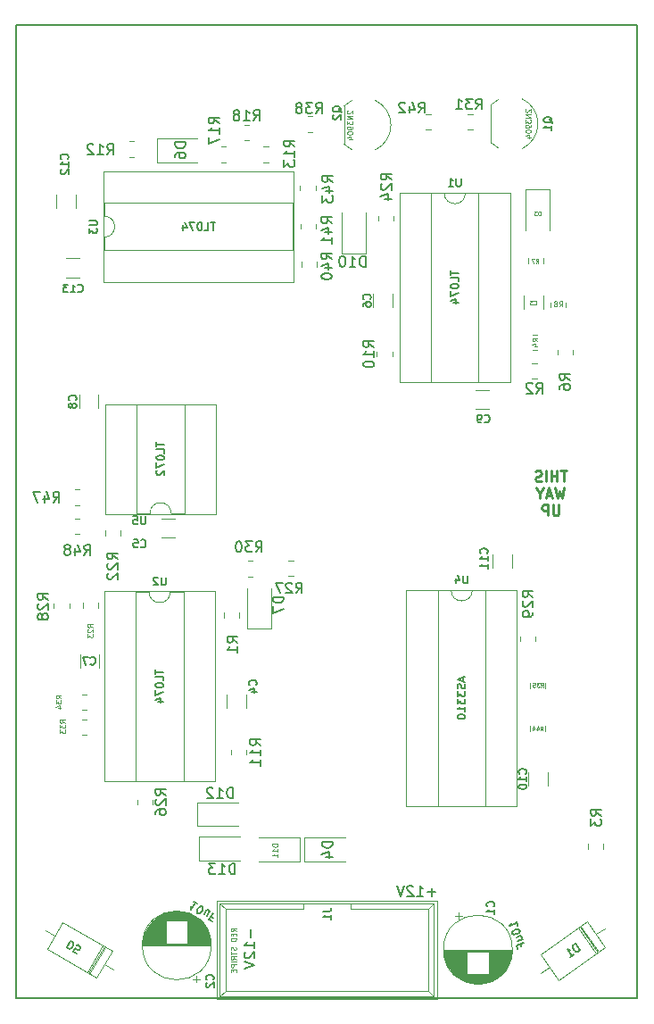
<source format=gbr>
%TF.GenerationSoftware,KiCad,Pcbnew,(5.99.0-13086-gffd1139cfe)*%
%TF.CreationDate,2021-11-22T18:43:28+08:00*%
%TF.ProjectId,Farini_EURO,46617269-6e69-45f4-9555-524f2e6b6963,rev?*%
%TF.SameCoordinates,Original*%
%TF.FileFunction,Legend,Bot*%
%TF.FilePolarity,Positive*%
%FSLAX46Y46*%
G04 Gerber Fmt 4.6, Leading zero omitted, Abs format (unit mm)*
G04 Created by KiCad (PCBNEW (5.99.0-13086-gffd1139cfe)) date 2021-11-22 18:43:28*
%MOMM*%
%LPD*%
G01*
G04 APERTURE LIST*
%TA.AperFunction,Profile*%
%ADD10C,0.150000*%
%TD*%
%ADD11C,0.250000*%
%ADD12C,0.150000*%
%ADD13C,0.100000*%
%ADD14C,0.125000*%
%ADD15C,0.120000*%
G04 APERTURE END LIST*
D10*
X47205489Y-140455901D02*
X106135489Y-140455901D01*
X47205489Y-48154626D02*
X47205489Y-140455901D01*
X106135489Y-48154626D02*
X47205489Y-48154626D01*
X106135489Y-140455901D02*
X106135489Y-48154626D01*
D11*
X99429298Y-90477869D02*
X98857869Y-90477869D01*
X99143584Y-91477869D02*
X99143584Y-90477869D01*
X98524536Y-91477869D02*
X98524536Y-90477869D01*
X98524536Y-90954060D02*
X97953108Y-90954060D01*
X97953108Y-91477869D02*
X97953108Y-90477869D01*
X97476917Y-91477869D02*
X97476917Y-90477869D01*
X97048346Y-91430250D02*
X96905489Y-91477869D01*
X96667393Y-91477869D01*
X96572155Y-91430250D01*
X96524536Y-91382631D01*
X96476917Y-91287393D01*
X96476917Y-91192155D01*
X96524536Y-91096917D01*
X96572155Y-91049298D01*
X96667393Y-91001679D01*
X96857869Y-90954060D01*
X96953108Y-90906441D01*
X97000727Y-90858822D01*
X97048346Y-90763584D01*
X97048346Y-90668346D01*
X97000727Y-90573108D01*
X96953108Y-90525489D01*
X96857869Y-90477869D01*
X96619774Y-90477869D01*
X96476917Y-90525489D01*
X99191203Y-92087869D02*
X98953108Y-93087869D01*
X98762631Y-92373584D01*
X98572155Y-93087869D01*
X98334060Y-92087869D01*
X98000727Y-92802155D02*
X97524536Y-92802155D01*
X98095965Y-93087869D02*
X97762631Y-92087869D01*
X97429298Y-93087869D01*
X96905489Y-92611679D02*
X96905489Y-93087869D01*
X97238822Y-92087869D02*
X96905489Y-92611679D01*
X96572155Y-92087869D01*
X98691203Y-93697869D02*
X98691203Y-94507393D01*
X98643584Y-94602631D01*
X98595965Y-94650250D01*
X98500727Y-94697869D01*
X98310250Y-94697869D01*
X98215012Y-94650250D01*
X98167393Y-94602631D01*
X98119774Y-94507393D01*
X98119774Y-93697869D01*
X97643584Y-94697869D02*
X97643584Y-93697869D01*
X97262631Y-93697869D01*
X97167393Y-93745489D01*
X97119774Y-93793108D01*
X97072155Y-93888346D01*
X97072155Y-94031203D01*
X97119774Y-94126441D01*
X97167393Y-94174060D01*
X97262631Y-94221679D01*
X97643584Y-94221679D01*
D12*
%TO.C,C1*%
X92513346Y-131782868D02*
X92549060Y-131747153D01*
X92584774Y-131640010D01*
X92584774Y-131568582D01*
X92549060Y-131461439D01*
X92477631Y-131390010D01*
X92406203Y-131354296D01*
X92263346Y-131318582D01*
X92156203Y-131318582D01*
X92013346Y-131354296D01*
X91941917Y-131390010D01*
X91870489Y-131461439D01*
X91834774Y-131568582D01*
X91834774Y-131640010D01*
X91870489Y-131747153D01*
X91906203Y-131782868D01*
X92584774Y-132497153D02*
X92584774Y-132068582D01*
X92584774Y-132282868D02*
X91834774Y-132282868D01*
X91941917Y-132211439D01*
X92013346Y-132140010D01*
X92049060Y-132068582D01*
X94789475Y-133584336D02*
X94642895Y-133181610D01*
X94716185Y-133382973D02*
X94011416Y-133639488D01*
X94087667Y-133535722D01*
X94130358Y-133444171D01*
X94139488Y-133364835D01*
X94243501Y-134277137D02*
X94267931Y-134344258D01*
X94325921Y-134399164D01*
X94371697Y-134420509D01*
X94451033Y-134429639D01*
X94597489Y-134414340D01*
X94765292Y-134353265D01*
X94887318Y-134270844D01*
X94942224Y-134212854D01*
X94963570Y-134167078D01*
X94972700Y-134087743D01*
X94948270Y-134020622D01*
X94890280Y-133965716D01*
X94844504Y-133944370D01*
X94765168Y-133935240D01*
X94618712Y-133950539D01*
X94450909Y-134011614D01*
X94328883Y-134094035D01*
X94273977Y-134152025D01*
X94252631Y-134197801D01*
X94243501Y-134277137D01*
X94783799Y-135030643D02*
X95253645Y-134859633D01*
X94673864Y-134728599D02*
X95043029Y-134594234D01*
X95122365Y-134603364D01*
X95180355Y-134658270D01*
X95217000Y-134758952D01*
X95207870Y-134838287D01*
X95186524Y-134884063D01*
X95092135Y-135564526D02*
X95006630Y-135329603D01*
X95375795Y-135195237D02*
X94671026Y-135451753D01*
X94793176Y-135787357D01*
%TO.C,C2*%
X65863346Y-138730489D02*
X65899060Y-138694774D01*
X65934774Y-138587631D01*
X65934774Y-138516203D01*
X65899060Y-138409060D01*
X65827631Y-138337631D01*
X65756203Y-138301917D01*
X65613346Y-138266203D01*
X65506203Y-138266203D01*
X65363346Y-138301917D01*
X65291917Y-138337631D01*
X65220489Y-138409060D01*
X65184774Y-138516203D01*
X65184774Y-138587631D01*
X65220489Y-138694774D01*
X65256203Y-138730489D01*
X65256203Y-139016203D02*
X65220489Y-139051917D01*
X65184774Y-139123346D01*
X65184774Y-139301917D01*
X65220489Y-139373346D01*
X65256203Y-139409060D01*
X65327631Y-139444774D01*
X65399060Y-139444774D01*
X65506203Y-139409060D01*
X65934774Y-138980489D01*
X65934774Y-139444774D01*
X64369218Y-131539873D02*
X63998064Y-131325587D01*
X64183641Y-131432730D02*
X63808641Y-132082249D01*
X63800354Y-131953746D01*
X63774209Y-131856173D01*
X63730207Y-131789529D01*
X64396301Y-132421535D02*
X64458160Y-132457249D01*
X64537876Y-132462034D01*
X64586663Y-132448961D01*
X64653307Y-132404960D01*
X64755665Y-132299099D01*
X64844951Y-132144451D01*
X64885450Y-132002876D01*
X64890234Y-131923160D01*
X64877162Y-131874374D01*
X64833160Y-131807730D01*
X64771301Y-131772016D01*
X64691585Y-131767231D01*
X64642799Y-131780303D01*
X64576155Y-131824305D01*
X64473797Y-131930166D01*
X64384511Y-132084813D01*
X64344012Y-132226388D01*
X64339227Y-132306104D01*
X64352299Y-132354891D01*
X64396301Y-132421535D01*
X65294538Y-132651457D02*
X65544538Y-132218444D01*
X65016173Y-132490743D02*
X65212602Y-132150518D01*
X65279245Y-132106517D01*
X65358961Y-132111301D01*
X65451750Y-132164873D01*
X65495752Y-132231517D01*
X65508824Y-132280303D01*
X65873911Y-132862240D02*
X65657404Y-132737240D01*
X65853833Y-132397016D02*
X65478833Y-133046535D01*
X65788128Y-133225106D01*
D13*
%TO.C,C3*%
X96322155Y-74688657D02*
X96341203Y-74707704D01*
X96398346Y-74726752D01*
X96436441Y-74726752D01*
X96493584Y-74707704D01*
X96531679Y-74669609D01*
X96550727Y-74631514D01*
X96569774Y-74555323D01*
X96569774Y-74498180D01*
X96550727Y-74421990D01*
X96531679Y-74383895D01*
X96493584Y-74345800D01*
X96436441Y-74326752D01*
X96398346Y-74326752D01*
X96341203Y-74345800D01*
X96322155Y-74364847D01*
X96188822Y-74326752D02*
X95941203Y-74326752D01*
X96074536Y-74479133D01*
X96017393Y-74479133D01*
X95979298Y-74498180D01*
X95960250Y-74517228D01*
X95941203Y-74555323D01*
X95941203Y-74650561D01*
X95960250Y-74688657D01*
X95979298Y-74707704D01*
X96017393Y-74726752D01*
X96131679Y-74726752D01*
X96169774Y-74707704D01*
X96188822Y-74688657D01*
D12*
%TO.C,C4*%
X69948346Y-110799429D02*
X69984060Y-110763714D01*
X70019774Y-110656571D01*
X70019774Y-110585143D01*
X69984060Y-110478000D01*
X69912631Y-110406571D01*
X69841203Y-110370857D01*
X69698346Y-110335143D01*
X69591203Y-110335143D01*
X69448346Y-110370857D01*
X69376917Y-110406571D01*
X69305489Y-110478000D01*
X69269774Y-110585143D01*
X69269774Y-110656571D01*
X69305489Y-110763714D01*
X69341203Y-110799429D01*
X69519774Y-111442286D02*
X70019774Y-111442286D01*
X69234060Y-111263714D02*
X69769774Y-111085143D01*
X69769774Y-111549429D01*
%TO.C,C5*%
X59020489Y-97653346D02*
X59056203Y-97689060D01*
X59163346Y-97724774D01*
X59234774Y-97724774D01*
X59341917Y-97689060D01*
X59413346Y-97617631D01*
X59449060Y-97546203D01*
X59484774Y-97403346D01*
X59484774Y-97296203D01*
X59449060Y-97153346D01*
X59413346Y-97081917D01*
X59341917Y-97010489D01*
X59234774Y-96974774D01*
X59163346Y-96974774D01*
X59056203Y-97010489D01*
X59020489Y-97046203D01*
X58341917Y-96974774D02*
X58699060Y-96974774D01*
X58734774Y-97331917D01*
X58699060Y-97296203D01*
X58627631Y-97260489D01*
X58449060Y-97260489D01*
X58377631Y-97296203D01*
X58341917Y-97331917D01*
X58306203Y-97403346D01*
X58306203Y-97581917D01*
X58341917Y-97653346D01*
X58377631Y-97689060D01*
X58449060Y-97724774D01*
X58627631Y-97724774D01*
X58699060Y-97689060D01*
X58734774Y-97653346D01*
%TO.C,C6*%
X80783346Y-74190800D02*
X80819060Y-74155085D01*
X80854774Y-74047942D01*
X80854774Y-73976514D01*
X80819060Y-73869371D01*
X80747631Y-73797942D01*
X80676203Y-73762228D01*
X80533346Y-73726514D01*
X80426203Y-73726514D01*
X80283346Y-73762228D01*
X80211917Y-73797942D01*
X80140489Y-73869371D01*
X80104774Y-73976514D01*
X80104774Y-74047942D01*
X80140489Y-74155085D01*
X80176203Y-74190800D01*
X80104774Y-74833657D02*
X80104774Y-74690800D01*
X80140489Y-74619371D01*
X80176203Y-74583657D01*
X80283346Y-74512228D01*
X80426203Y-74476514D01*
X80711917Y-74476514D01*
X80783346Y-74512228D01*
X80819060Y-74547942D01*
X80854774Y-74619371D01*
X80854774Y-74762228D01*
X80819060Y-74833657D01*
X80783346Y-74869371D01*
X80711917Y-74905085D01*
X80533346Y-74905085D01*
X80461917Y-74869371D01*
X80426203Y-74833657D01*
X80390489Y-74762228D01*
X80390489Y-74619371D01*
X80426203Y-74547942D01*
X80461917Y-74512228D01*
X80533346Y-74476514D01*
%TO.C,C7*%
X54245489Y-108792286D02*
X54281203Y-108828000D01*
X54388346Y-108863714D01*
X54459774Y-108863714D01*
X54566917Y-108828000D01*
X54638346Y-108756571D01*
X54674060Y-108685143D01*
X54709774Y-108542286D01*
X54709774Y-108435143D01*
X54674060Y-108292286D01*
X54638346Y-108220857D01*
X54566917Y-108149429D01*
X54459774Y-108113714D01*
X54388346Y-108113714D01*
X54281203Y-108149429D01*
X54245489Y-108185143D01*
X53995489Y-108113714D02*
X53495489Y-108113714D01*
X53816917Y-108863714D01*
%TO.C,C8*%
X52846828Y-83781289D02*
X52882542Y-83745574D01*
X52918256Y-83638431D01*
X52918256Y-83567003D01*
X52882542Y-83459860D01*
X52811113Y-83388431D01*
X52739685Y-83352717D01*
X52596828Y-83317003D01*
X52489685Y-83317003D01*
X52346828Y-83352717D01*
X52275399Y-83388431D01*
X52203971Y-83459860D01*
X52168256Y-83567003D01*
X52168256Y-83638431D01*
X52203971Y-83745574D01*
X52239685Y-83781289D01*
X52489685Y-84209860D02*
X52453971Y-84138431D01*
X52418256Y-84102717D01*
X52346828Y-84067003D01*
X52311113Y-84067003D01*
X52239685Y-84102717D01*
X52203971Y-84138431D01*
X52168256Y-84209860D01*
X52168256Y-84352717D01*
X52203971Y-84424146D01*
X52239685Y-84459860D01*
X52311113Y-84495574D01*
X52346828Y-84495574D01*
X52418256Y-84459860D01*
X52453971Y-84424146D01*
X52489685Y-84352717D01*
X52489685Y-84209860D01*
X52525399Y-84138431D01*
X52561113Y-84102717D01*
X52632542Y-84067003D01*
X52775399Y-84067003D01*
X52846828Y-84102717D01*
X52882542Y-84138431D01*
X52918256Y-84209860D01*
X52918256Y-84352717D01*
X52882542Y-84424146D01*
X52846828Y-84459860D01*
X52775399Y-84495574D01*
X52632542Y-84495574D01*
X52561113Y-84459860D01*
X52525399Y-84424146D01*
X52489685Y-84352717D01*
%TO.C,C9*%
X91640489Y-85833346D02*
X91676203Y-85869060D01*
X91783346Y-85904774D01*
X91854774Y-85904774D01*
X91961917Y-85869060D01*
X92033346Y-85797631D01*
X92069060Y-85726203D01*
X92104774Y-85583346D01*
X92104774Y-85476203D01*
X92069060Y-85333346D01*
X92033346Y-85261917D01*
X91961917Y-85190489D01*
X91854774Y-85154774D01*
X91783346Y-85154774D01*
X91676203Y-85190489D01*
X91640489Y-85226203D01*
X91283346Y-85904774D02*
X91140489Y-85904774D01*
X91069060Y-85869060D01*
X91033346Y-85833346D01*
X90961917Y-85726203D01*
X90926203Y-85583346D01*
X90926203Y-85297631D01*
X90961917Y-85226203D01*
X90997631Y-85190489D01*
X91069060Y-85154774D01*
X91211917Y-85154774D01*
X91283346Y-85190489D01*
X91319060Y-85226203D01*
X91354774Y-85297631D01*
X91354774Y-85476203D01*
X91319060Y-85547631D01*
X91283346Y-85583346D01*
X91211917Y-85619060D01*
X91069060Y-85619060D01*
X90997631Y-85583346D01*
X90961917Y-85547631D01*
X90926203Y-85476203D01*
%TO.C,C10*%
X95536240Y-119210760D02*
X95571954Y-119175045D01*
X95607668Y-119067903D01*
X95607668Y-118996474D01*
X95571954Y-118889331D01*
X95500525Y-118817903D01*
X95429097Y-118782188D01*
X95286240Y-118746474D01*
X95179097Y-118746474D01*
X95036240Y-118782188D01*
X94964811Y-118817903D01*
X94893383Y-118889331D01*
X94857668Y-118996474D01*
X94857668Y-119067903D01*
X94893383Y-119175045D01*
X94929097Y-119210760D01*
X95607668Y-119925045D02*
X95607668Y-119496474D01*
X95607668Y-119710760D02*
X94857668Y-119710760D01*
X94964811Y-119639331D01*
X95036240Y-119567903D01*
X95071954Y-119496474D01*
X94857668Y-120389331D02*
X94857668Y-120460760D01*
X94893383Y-120532188D01*
X94929097Y-120567903D01*
X95000525Y-120603617D01*
X95143383Y-120639331D01*
X95321954Y-120639331D01*
X95464811Y-120603617D01*
X95536240Y-120567903D01*
X95571954Y-120532188D01*
X95607668Y-120460760D01*
X95607668Y-120389331D01*
X95571954Y-120317903D01*
X95536240Y-120282188D01*
X95464811Y-120246474D01*
X95321954Y-120210760D01*
X95143383Y-120210760D01*
X95000525Y-120246474D01*
X94929097Y-120282188D01*
X94893383Y-120317903D01*
X94857668Y-120389331D01*
%TO.C,C11*%
X91853346Y-98303346D02*
X91889060Y-98267631D01*
X91924774Y-98160489D01*
X91924774Y-98089060D01*
X91889060Y-97981917D01*
X91817631Y-97910489D01*
X91746203Y-97874774D01*
X91603346Y-97839060D01*
X91496203Y-97839060D01*
X91353346Y-97874774D01*
X91281917Y-97910489D01*
X91210489Y-97981917D01*
X91174774Y-98089060D01*
X91174774Y-98160489D01*
X91210489Y-98267631D01*
X91246203Y-98303346D01*
X91924774Y-99017631D02*
X91924774Y-98589060D01*
X91924774Y-98803346D02*
X91174774Y-98803346D01*
X91281917Y-98731917D01*
X91353346Y-98660489D01*
X91389060Y-98589060D01*
X91924774Y-99731917D02*
X91924774Y-99303346D01*
X91924774Y-99517631D02*
X91174774Y-99517631D01*
X91281917Y-99446203D01*
X91353346Y-99374774D01*
X91389060Y-99303346D01*
%TO.C,D1*%
X100653554Y-135945900D02*
X100223372Y-135331536D01*
X100077094Y-135433960D01*
X100009813Y-135524670D01*
X99992272Y-135624151D01*
X100003986Y-135703146D01*
X100056670Y-135840653D01*
X100118125Y-135928419D01*
X100229320Y-136024956D01*
X100299545Y-136062982D01*
X100399026Y-136080523D01*
X100507277Y-136048324D01*
X100653554Y-135945900D01*
X99717380Y-136601415D02*
X100068445Y-136355597D01*
X99892913Y-136478506D02*
X99462730Y-135864142D01*
X99582696Y-135910939D01*
X99682177Y-135928480D01*
X99761172Y-135916766D01*
D13*
%TO.C,D3*%
X96950727Y-66246752D02*
X96950727Y-65846752D01*
X96855489Y-65846752D01*
X96798346Y-65865800D01*
X96760250Y-65903895D01*
X96741203Y-65941990D01*
X96722155Y-66018180D01*
X96722155Y-66075323D01*
X96741203Y-66151514D01*
X96760250Y-66189609D01*
X96798346Y-66227704D01*
X96855489Y-66246752D01*
X96950727Y-66246752D01*
X96588822Y-65846752D02*
X96341203Y-65846752D01*
X96474536Y-65999133D01*
X96417393Y-65999133D01*
X96379298Y-66018180D01*
X96360250Y-66037228D01*
X96341203Y-66075323D01*
X96341203Y-66170561D01*
X96360250Y-66208657D01*
X96379298Y-66227704D01*
X96417393Y-66246752D01*
X96531679Y-66246752D01*
X96569774Y-66227704D01*
X96588822Y-66208657D01*
D12*
%TO.C,D5*%
X52345798Y-135027373D02*
X51970798Y-135676892D01*
X52125446Y-135766178D01*
X52236091Y-135788819D01*
X52333665Y-135762675D01*
X52400308Y-135718673D01*
X52502666Y-135612812D01*
X52556238Y-135520024D01*
X52596737Y-135378449D01*
X52601522Y-135298733D01*
X52575377Y-135201159D01*
X52500446Y-135116658D01*
X52345798Y-135027373D01*
X52929612Y-136230463D02*
X52620317Y-136051892D01*
X52767959Y-135724740D01*
X52781032Y-135773526D01*
X52825034Y-135840170D01*
X52979681Y-135929456D01*
X53059397Y-135934241D01*
X53108184Y-135921168D01*
X53174827Y-135877167D01*
X53264113Y-135722519D01*
X53268898Y-135642803D01*
X53255826Y-135594017D01*
X53211824Y-135527373D01*
X53057176Y-135438087D01*
X52977460Y-135433302D01*
X52928674Y-135446375D01*
%TO.C,D6*%
X63260369Y-59322873D02*
X62260369Y-59322873D01*
X62260369Y-59560969D01*
X62307989Y-59703826D01*
X62403227Y-59799064D01*
X62498465Y-59846683D01*
X62688941Y-59894302D01*
X62831798Y-59894302D01*
X63022274Y-59846683D01*
X63117512Y-59799064D01*
X63212750Y-59703826D01*
X63260369Y-59560969D01*
X63260369Y-59322873D01*
X62260369Y-60751445D02*
X62260369Y-60560969D01*
X62307989Y-60465730D01*
X62355608Y-60418111D01*
X62498465Y-60322873D01*
X62688941Y-60275254D01*
X63069893Y-60275254D01*
X63165131Y-60322873D01*
X63212750Y-60370492D01*
X63260369Y-60465730D01*
X63260369Y-60656207D01*
X63212750Y-60751445D01*
X63165131Y-60799064D01*
X63069893Y-60846683D01*
X62831798Y-60846683D01*
X62736560Y-60799064D01*
X62688941Y-60751445D01*
X62641322Y-60656207D01*
X62641322Y-60465730D01*
X62688941Y-60370492D01*
X62736560Y-60322873D01*
X62831798Y-60275254D01*
%TO.C,D7*%
X72537869Y-102437393D02*
X71537869Y-102437393D01*
X71537869Y-102675489D01*
X71585489Y-102818346D01*
X71680727Y-102913584D01*
X71775965Y-102961203D01*
X71966441Y-103008822D01*
X72109298Y-103008822D01*
X72299774Y-102961203D01*
X72395012Y-102913584D01*
X72490250Y-102818346D01*
X72537869Y-102675489D01*
X72537869Y-102437393D01*
X71537869Y-103342155D02*
X71537869Y-104008822D01*
X72537869Y-103580250D01*
%TO.C,D10*%
X80329774Y-71107869D02*
X80329774Y-70107869D01*
X80091679Y-70107869D01*
X79948822Y-70155489D01*
X79853584Y-70250727D01*
X79805965Y-70345965D01*
X79758346Y-70536441D01*
X79758346Y-70679298D01*
X79805965Y-70869774D01*
X79853584Y-70965012D01*
X79948822Y-71060250D01*
X80091679Y-71107869D01*
X80329774Y-71107869D01*
X78805965Y-71107869D02*
X79377393Y-71107869D01*
X79091679Y-71107869D02*
X79091679Y-70107869D01*
X79186917Y-70250727D01*
X79282155Y-70345965D01*
X79377393Y-70393584D01*
X78186917Y-70107869D02*
X78091679Y-70107869D01*
X77996441Y-70155489D01*
X77948822Y-70203108D01*
X77901203Y-70298346D01*
X77853584Y-70488822D01*
X77853584Y-70726917D01*
X77901203Y-70917393D01*
X77948822Y-71012631D01*
X77996441Y-71060250D01*
X78091679Y-71107869D01*
X78186917Y-71107869D01*
X78282155Y-71060250D01*
X78329774Y-71012631D01*
X78377393Y-70917393D01*
X78425012Y-70726917D01*
X78425012Y-70488822D01*
X78377393Y-70298346D01*
X78329774Y-70203108D01*
X78282155Y-70155489D01*
X78186917Y-70107869D01*
D13*
%TO.C,D11*%
X72011679Y-125858346D02*
X71511679Y-125858346D01*
X71511679Y-125977393D01*
X71535489Y-126048822D01*
X71583108Y-126096441D01*
X71630727Y-126120250D01*
X71725965Y-126144060D01*
X71797393Y-126144060D01*
X71892631Y-126120250D01*
X71940250Y-126096441D01*
X71987869Y-126048822D01*
X72011679Y-125977393D01*
X72011679Y-125858346D01*
X72011679Y-126620250D02*
X72011679Y-126334536D01*
X72011679Y-126477393D02*
X71511679Y-126477393D01*
X71583108Y-126429774D01*
X71630727Y-126382155D01*
X71654536Y-126334536D01*
X72011679Y-127096441D02*
X72011679Y-126810727D01*
X72011679Y-126953584D02*
X71511679Y-126953584D01*
X71583108Y-126905965D01*
X71630727Y-126858346D01*
X71654536Y-126810727D01*
D12*
%TO.C,D12*%
X67739774Y-121517869D02*
X67739774Y-120517869D01*
X67501679Y-120517869D01*
X67358822Y-120565489D01*
X67263584Y-120660727D01*
X67215965Y-120755965D01*
X67168346Y-120946441D01*
X67168346Y-121089298D01*
X67215965Y-121279774D01*
X67263584Y-121375012D01*
X67358822Y-121470250D01*
X67501679Y-121517869D01*
X67739774Y-121517869D01*
X66215965Y-121517869D02*
X66787393Y-121517869D01*
X66501679Y-121517869D02*
X66501679Y-120517869D01*
X66596917Y-120660727D01*
X66692155Y-120755965D01*
X66787393Y-120803584D01*
X65835012Y-120613108D02*
X65787393Y-120565489D01*
X65692155Y-120517869D01*
X65454060Y-120517869D01*
X65358822Y-120565489D01*
X65311203Y-120613108D01*
X65263584Y-120708346D01*
X65263584Y-120803584D01*
X65311203Y-120946441D01*
X65882631Y-121517869D01*
X65263584Y-121517869D01*
%TO.C,D13*%
X67949774Y-128717869D02*
X67949774Y-127717869D01*
X67711679Y-127717869D01*
X67568822Y-127765489D01*
X67473584Y-127860727D01*
X67425965Y-127955965D01*
X67378346Y-128146441D01*
X67378346Y-128289298D01*
X67425965Y-128479774D01*
X67473584Y-128575012D01*
X67568822Y-128670250D01*
X67711679Y-128717869D01*
X67949774Y-128717869D01*
X66425965Y-128717869D02*
X66997393Y-128717869D01*
X66711679Y-128717869D02*
X66711679Y-127717869D01*
X66806917Y-127860727D01*
X66902155Y-127955965D01*
X66997393Y-128003584D01*
X66092631Y-127717869D02*
X65473584Y-127717869D01*
X65806917Y-128098822D01*
X65664060Y-128098822D01*
X65568822Y-128146441D01*
X65521203Y-128194060D01*
X65473584Y-128289298D01*
X65473584Y-128527393D01*
X65521203Y-128622631D01*
X65568822Y-128670250D01*
X65664060Y-128717869D01*
X65949774Y-128717869D01*
X66045012Y-128670250D01*
X66092631Y-128622631D01*
%TO.C,J1*%
X76324774Y-132255489D02*
X76860489Y-132255489D01*
X76967631Y-132219774D01*
X77039060Y-132148346D01*
X77074774Y-132041203D01*
X77074774Y-131969774D01*
X77074774Y-133005489D02*
X77074774Y-132576917D01*
X77074774Y-132791203D02*
X76324774Y-132791203D01*
X76431917Y-132719774D01*
X76503346Y-132648346D01*
X76539060Y-132576917D01*
D14*
X68051679Y-134129774D02*
X67813584Y-133963108D01*
X68051679Y-133844060D02*
X67551679Y-133844060D01*
X67551679Y-134034536D01*
X67575489Y-134082155D01*
X67599298Y-134105965D01*
X67646917Y-134129774D01*
X67718346Y-134129774D01*
X67765965Y-134105965D01*
X67789774Y-134082155D01*
X67813584Y-134034536D01*
X67813584Y-133844060D01*
X67789774Y-134344060D02*
X67789774Y-134510727D01*
X68051679Y-134582155D02*
X68051679Y-134344060D01*
X67551679Y-134344060D01*
X67551679Y-134582155D01*
X68051679Y-134796441D02*
X67551679Y-134796441D01*
X67551679Y-134915489D01*
X67575489Y-134986917D01*
X67623108Y-135034536D01*
X67670727Y-135058346D01*
X67765965Y-135082155D01*
X67837393Y-135082155D01*
X67932631Y-135058346D01*
X67980250Y-135034536D01*
X68027869Y-134986917D01*
X68051679Y-134915489D01*
X68051679Y-134796441D01*
X68027869Y-135653584D02*
X68051679Y-135725012D01*
X68051679Y-135844060D01*
X68027869Y-135891679D01*
X68004060Y-135915489D01*
X67956441Y-135939298D01*
X67908822Y-135939298D01*
X67861203Y-135915489D01*
X67837393Y-135891679D01*
X67813584Y-135844060D01*
X67789774Y-135748822D01*
X67765965Y-135701203D01*
X67742155Y-135677393D01*
X67694536Y-135653584D01*
X67646917Y-135653584D01*
X67599298Y-135677393D01*
X67575489Y-135701203D01*
X67551679Y-135748822D01*
X67551679Y-135867869D01*
X67575489Y-135939298D01*
X67551679Y-136082155D02*
X67551679Y-136367869D01*
X68051679Y-136225012D02*
X67551679Y-136225012D01*
X68051679Y-136820250D02*
X67813584Y-136653584D01*
X68051679Y-136534536D02*
X67551679Y-136534536D01*
X67551679Y-136725012D01*
X67575489Y-136772631D01*
X67599298Y-136796441D01*
X67646917Y-136820250D01*
X67718346Y-136820250D01*
X67765965Y-136796441D01*
X67789774Y-136772631D01*
X67813584Y-136725012D01*
X67813584Y-136534536D01*
X68051679Y-137034536D02*
X67551679Y-137034536D01*
X68051679Y-137272631D02*
X67551679Y-137272631D01*
X67551679Y-137463108D01*
X67575489Y-137510727D01*
X67599298Y-137534536D01*
X67646917Y-137558346D01*
X67718346Y-137558346D01*
X67765965Y-137534536D01*
X67789774Y-137510727D01*
X67813584Y-137463108D01*
X67813584Y-137272631D01*
X67789774Y-137772631D02*
X67789774Y-137939298D01*
X68051679Y-138010727D02*
X68051679Y-137772631D01*
X67551679Y-137772631D01*
X67551679Y-138010727D01*
D12*
X69436917Y-133993584D02*
X69436917Y-134755489D01*
X69817869Y-135755489D02*
X69817869Y-135184060D01*
X69817869Y-135469774D02*
X68817869Y-135469774D01*
X68960727Y-135374536D01*
X69055965Y-135279298D01*
X69103584Y-135184060D01*
X68913108Y-136136441D02*
X68865489Y-136184060D01*
X68817869Y-136279298D01*
X68817869Y-136517393D01*
X68865489Y-136612631D01*
X68913108Y-136660250D01*
X69008346Y-136707869D01*
X69103584Y-136707869D01*
X69246441Y-136660250D01*
X69817869Y-136088822D01*
X69817869Y-136707869D01*
X68817869Y-136993584D02*
X69817869Y-137326917D01*
X68817869Y-137660250D01*
X86992393Y-130438237D02*
X86230489Y-130438237D01*
X86611441Y-130819189D02*
X86611441Y-130057285D01*
X85230489Y-130819189D02*
X85801917Y-130819189D01*
X85516203Y-130819189D02*
X85516203Y-129819189D01*
X85611441Y-129962047D01*
X85706679Y-130057285D01*
X85801917Y-130104904D01*
X84849536Y-129914428D02*
X84801917Y-129866809D01*
X84706679Y-129819189D01*
X84468584Y-129819189D01*
X84373346Y-129866809D01*
X84325727Y-129914428D01*
X84278108Y-130009666D01*
X84278108Y-130104904D01*
X84325727Y-130247761D01*
X84897155Y-130819189D01*
X84278108Y-130819189D01*
X83992393Y-129819189D02*
X83659060Y-130819189D01*
X83325727Y-129819189D01*
%TO.C,Q1*%
X98076203Y-57484060D02*
X98040489Y-57412631D01*
X97969060Y-57341203D01*
X97861917Y-57234060D01*
X97826203Y-57162631D01*
X97826203Y-57091203D01*
X98004774Y-57126917D02*
X97969060Y-57055489D01*
X97897631Y-56984060D01*
X97754774Y-56948346D01*
X97504774Y-56948346D01*
X97361917Y-56984060D01*
X97290489Y-57055489D01*
X97254774Y-57126917D01*
X97254774Y-57269774D01*
X97290489Y-57341203D01*
X97361917Y-57412631D01*
X97504774Y-57448346D01*
X97754774Y-57448346D01*
X97897631Y-57412631D01*
X97969060Y-57341203D01*
X98004774Y-57269774D01*
X98004774Y-57126917D01*
X98004774Y-58162631D02*
X98004774Y-57734060D01*
X98004774Y-57948346D02*
X97254774Y-57948346D01*
X97361917Y-57876917D01*
X97433346Y-57805489D01*
X97469060Y-57734060D01*
D13*
X95559298Y-56178346D02*
X95535489Y-56202155D01*
X95511679Y-56249774D01*
X95511679Y-56368822D01*
X95535489Y-56416441D01*
X95559298Y-56440250D01*
X95606917Y-56464060D01*
X95654536Y-56464060D01*
X95725965Y-56440250D01*
X96011679Y-56154536D01*
X96011679Y-56464060D01*
X96011679Y-56678346D02*
X95511679Y-56678346D01*
X96011679Y-56964060D01*
X95511679Y-56964060D01*
X95511679Y-57154536D02*
X95511679Y-57464060D01*
X95702155Y-57297393D01*
X95702155Y-57368822D01*
X95725965Y-57416441D01*
X95749774Y-57440250D01*
X95797393Y-57464060D01*
X95916441Y-57464060D01*
X95964060Y-57440250D01*
X95987869Y-57416441D01*
X96011679Y-57368822D01*
X96011679Y-57225965D01*
X95987869Y-57178346D01*
X95964060Y-57154536D01*
X96011679Y-57702155D02*
X96011679Y-57797393D01*
X95987869Y-57845012D01*
X95964060Y-57868822D01*
X95892631Y-57916441D01*
X95797393Y-57940250D01*
X95606917Y-57940250D01*
X95559298Y-57916441D01*
X95535489Y-57892631D01*
X95511679Y-57845012D01*
X95511679Y-57749774D01*
X95535489Y-57702155D01*
X95559298Y-57678346D01*
X95606917Y-57654536D01*
X95725965Y-57654536D01*
X95773584Y-57678346D01*
X95797393Y-57702155D01*
X95821203Y-57749774D01*
X95821203Y-57845012D01*
X95797393Y-57892631D01*
X95773584Y-57916441D01*
X95725965Y-57940250D01*
X95511679Y-58249774D02*
X95511679Y-58297393D01*
X95535489Y-58345012D01*
X95559298Y-58368822D01*
X95606917Y-58392631D01*
X95702155Y-58416441D01*
X95821203Y-58416441D01*
X95916441Y-58392631D01*
X95964060Y-58368822D01*
X95987869Y-58345012D01*
X96011679Y-58297393D01*
X96011679Y-58249774D01*
X95987869Y-58202155D01*
X95964060Y-58178346D01*
X95916441Y-58154536D01*
X95821203Y-58130727D01*
X95702155Y-58130727D01*
X95606917Y-58154536D01*
X95559298Y-58178346D01*
X95535489Y-58202155D01*
X95511679Y-58249774D01*
X95678346Y-58845012D02*
X96011679Y-58845012D01*
X95487869Y-58725965D02*
X95845012Y-58606917D01*
X95845012Y-58916441D01*
D12*
%TO.C,Q2*%
X78056203Y-56454060D02*
X78020489Y-56382631D01*
X77949060Y-56311203D01*
X77841917Y-56204060D01*
X77806203Y-56132631D01*
X77806203Y-56061203D01*
X77984774Y-56096917D02*
X77949060Y-56025489D01*
X77877631Y-55954060D01*
X77734774Y-55918346D01*
X77484774Y-55918346D01*
X77341917Y-55954060D01*
X77270489Y-56025489D01*
X77234774Y-56096917D01*
X77234774Y-56239774D01*
X77270489Y-56311203D01*
X77341917Y-56382631D01*
X77484774Y-56418346D01*
X77734774Y-56418346D01*
X77877631Y-56382631D01*
X77949060Y-56311203D01*
X77984774Y-56239774D01*
X77984774Y-56096917D01*
X77306203Y-56704060D02*
X77270489Y-56739774D01*
X77234774Y-56811203D01*
X77234774Y-56989774D01*
X77270489Y-57061203D01*
X77306203Y-57096917D01*
X77377631Y-57132631D01*
X77449060Y-57132631D01*
X77556203Y-57096917D01*
X77984774Y-56668346D01*
X77984774Y-57132631D01*
D13*
X78653048Y-56328346D02*
X78629239Y-56352155D01*
X78605429Y-56399774D01*
X78605429Y-56518822D01*
X78629239Y-56566441D01*
X78653048Y-56590250D01*
X78700667Y-56614060D01*
X78748286Y-56614060D01*
X78819715Y-56590250D01*
X79105429Y-56304536D01*
X79105429Y-56614060D01*
X79105429Y-56828346D02*
X78605429Y-56828346D01*
X79105429Y-57114060D01*
X78605429Y-57114060D01*
X78605429Y-57304536D02*
X78605429Y-57614060D01*
X78795905Y-57447393D01*
X78795905Y-57518822D01*
X78819715Y-57566441D01*
X78843524Y-57590250D01*
X78891143Y-57614060D01*
X79010191Y-57614060D01*
X79057810Y-57590250D01*
X79081619Y-57566441D01*
X79105429Y-57518822D01*
X79105429Y-57375965D01*
X79081619Y-57328346D01*
X79057810Y-57304536D01*
X79105429Y-57852155D02*
X79105429Y-57947393D01*
X79081619Y-57995012D01*
X79057810Y-58018822D01*
X78986381Y-58066441D01*
X78891143Y-58090250D01*
X78700667Y-58090250D01*
X78653048Y-58066441D01*
X78629239Y-58042631D01*
X78605429Y-57995012D01*
X78605429Y-57899774D01*
X78629239Y-57852155D01*
X78653048Y-57828346D01*
X78700667Y-57804536D01*
X78819715Y-57804536D01*
X78867334Y-57828346D01*
X78891143Y-57852155D01*
X78914953Y-57899774D01*
X78914953Y-57995012D01*
X78891143Y-58042631D01*
X78867334Y-58066441D01*
X78819715Y-58090250D01*
X78605429Y-58399774D02*
X78605429Y-58447393D01*
X78629239Y-58495012D01*
X78653048Y-58518822D01*
X78700667Y-58542631D01*
X78795905Y-58566441D01*
X78914953Y-58566441D01*
X79010191Y-58542631D01*
X79057810Y-58518822D01*
X79081619Y-58495012D01*
X79105429Y-58447393D01*
X79105429Y-58399774D01*
X79081619Y-58352155D01*
X79057810Y-58328346D01*
X79010191Y-58304536D01*
X78914953Y-58280727D01*
X78795905Y-58280727D01*
X78700667Y-58304536D01*
X78653048Y-58328346D01*
X78629239Y-58352155D01*
X78605429Y-58399774D01*
X78772096Y-58995012D02*
X79105429Y-58995012D01*
X78581619Y-58875965D02*
X78938762Y-58756917D01*
X78938762Y-59066441D01*
D12*
%TO.C,R1*%
X68202869Y-106767762D02*
X67726679Y-106434429D01*
X68202869Y-106196333D02*
X67202869Y-106196333D01*
X67202869Y-106577286D01*
X67250489Y-106672524D01*
X67298108Y-106720143D01*
X67393346Y-106767762D01*
X67536203Y-106767762D01*
X67631441Y-106720143D01*
X67679060Y-106672524D01*
X67726679Y-106577286D01*
X67726679Y-106196333D01*
X68202869Y-107720143D02*
X68202869Y-107148714D01*
X68202869Y-107434429D02*
X67202869Y-107434429D01*
X67345727Y-107339190D01*
X67440965Y-107243952D01*
X67488584Y-107148714D01*
%TO.C,R2*%
X96542155Y-83128180D02*
X96875489Y-82651990D01*
X97113584Y-83128180D02*
X97113584Y-82128180D01*
X96732631Y-82128180D01*
X96637393Y-82175800D01*
X96589774Y-82223419D01*
X96542155Y-82318657D01*
X96542155Y-82461514D01*
X96589774Y-82556752D01*
X96637393Y-82604371D01*
X96732631Y-82651990D01*
X97113584Y-82651990D01*
X96161203Y-82223419D02*
X96113584Y-82175800D01*
X96018346Y-82128180D01*
X95780250Y-82128180D01*
X95685012Y-82175800D01*
X95637393Y-82223419D01*
X95589774Y-82318657D01*
X95589774Y-82413895D01*
X95637393Y-82556752D01*
X96208822Y-83128180D01*
X95589774Y-83128180D01*
%TO.C,R3*%
X102717869Y-123166322D02*
X102241679Y-122832989D01*
X102717869Y-122594893D02*
X101717869Y-122594893D01*
X101717869Y-122975846D01*
X101765489Y-123071084D01*
X101813108Y-123118703D01*
X101908346Y-123166322D01*
X102051203Y-123166322D01*
X102146441Y-123118703D01*
X102194060Y-123071084D01*
X102241679Y-122975846D01*
X102241679Y-122594893D01*
X101717869Y-123499655D02*
X101717869Y-124118703D01*
X102098822Y-123785369D01*
X102098822Y-123928227D01*
X102146441Y-124023465D01*
X102194060Y-124071084D01*
X102289298Y-124118703D01*
X102527393Y-124118703D01*
X102622631Y-124071084D01*
X102670250Y-124023465D01*
X102717869Y-123928227D01*
X102717869Y-123642512D01*
X102670250Y-123547274D01*
X102622631Y-123499655D01*
D13*
%TO.C,R4*%
X96661679Y-78202466D02*
X96423584Y-78035800D01*
X96661679Y-77916752D02*
X96161679Y-77916752D01*
X96161679Y-78107228D01*
X96185489Y-78154847D01*
X96209298Y-78178657D01*
X96256917Y-78202466D01*
X96328346Y-78202466D01*
X96375965Y-78178657D01*
X96399774Y-78154847D01*
X96423584Y-78107228D01*
X96423584Y-77916752D01*
X96328346Y-78631038D02*
X96661679Y-78631038D01*
X96137869Y-78511990D02*
X96495012Y-78392942D01*
X96495012Y-78702466D01*
D12*
%TO.C,R6*%
X99757869Y-81849133D02*
X99281679Y-81515800D01*
X99757869Y-81277704D02*
X98757869Y-81277704D01*
X98757869Y-81658657D01*
X98805489Y-81753895D01*
X98853108Y-81801514D01*
X98948346Y-81849133D01*
X99091203Y-81849133D01*
X99186441Y-81801514D01*
X99234060Y-81753895D01*
X99281679Y-81658657D01*
X99281679Y-81277704D01*
X98757869Y-82706276D02*
X98757869Y-82515800D01*
X98805489Y-82420561D01*
X98853108Y-82372942D01*
X98995965Y-82277704D01*
X99186441Y-82230085D01*
X99567393Y-82230085D01*
X99662631Y-82277704D01*
X99710250Y-82325323D01*
X99757869Y-82420561D01*
X99757869Y-82611038D01*
X99710250Y-82706276D01*
X99662631Y-82753895D01*
X99567393Y-82801514D01*
X99329298Y-82801514D01*
X99234060Y-82753895D01*
X99186441Y-82706276D01*
X99138822Y-82611038D01*
X99138822Y-82420561D01*
X99186441Y-82325323D01*
X99234060Y-82277704D01*
X99329298Y-82230085D01*
D13*
%TO.C,R7*%
X96512155Y-70776752D02*
X96645489Y-70586276D01*
X96740727Y-70776752D02*
X96740727Y-70376752D01*
X96588346Y-70376752D01*
X96550250Y-70395800D01*
X96531203Y-70414847D01*
X96512155Y-70452942D01*
X96512155Y-70510085D01*
X96531203Y-70548180D01*
X96550250Y-70567228D01*
X96588346Y-70586276D01*
X96740727Y-70586276D01*
X96378822Y-70376752D02*
X96112155Y-70376752D01*
X96283584Y-70776752D01*
%TO.C,R8*%
X98708822Y-74891990D02*
X98875489Y-74653895D01*
X98994536Y-74891990D02*
X98994536Y-74391990D01*
X98804060Y-74391990D01*
X98756441Y-74415800D01*
X98732631Y-74439609D01*
X98708822Y-74487228D01*
X98708822Y-74558657D01*
X98732631Y-74606276D01*
X98756441Y-74630085D01*
X98804060Y-74653895D01*
X98994536Y-74653895D01*
X98423108Y-74606276D02*
X98470727Y-74582466D01*
X98494536Y-74558657D01*
X98518346Y-74511038D01*
X98518346Y-74487228D01*
X98494536Y-74439609D01*
X98470727Y-74415800D01*
X98423108Y-74391990D01*
X98327869Y-74391990D01*
X98280250Y-74415800D01*
X98256441Y-74439609D01*
X98232631Y-74487228D01*
X98232631Y-74511038D01*
X98256441Y-74558657D01*
X98280250Y-74582466D01*
X98327869Y-74606276D01*
X98423108Y-74606276D01*
X98470727Y-74630085D01*
X98494536Y-74653895D01*
X98518346Y-74701514D01*
X98518346Y-74796752D01*
X98494536Y-74844371D01*
X98470727Y-74868180D01*
X98423108Y-74891990D01*
X98327869Y-74891990D01*
X98280250Y-74868180D01*
X98256441Y-74844371D01*
X98232631Y-74796752D01*
X98232631Y-74701514D01*
X98256441Y-74653895D01*
X98280250Y-74630085D01*
X98327869Y-74606276D01*
D12*
%TO.C,R10*%
X81137869Y-78742631D02*
X80661679Y-78409298D01*
X81137869Y-78171203D02*
X80137869Y-78171203D01*
X80137869Y-78552155D01*
X80185489Y-78647393D01*
X80233108Y-78695012D01*
X80328346Y-78742631D01*
X80471203Y-78742631D01*
X80566441Y-78695012D01*
X80614060Y-78647393D01*
X80661679Y-78552155D01*
X80661679Y-78171203D01*
X81137869Y-79695012D02*
X81137869Y-79123584D01*
X81137869Y-79409298D02*
X80137869Y-79409298D01*
X80280727Y-79314060D01*
X80375965Y-79218822D01*
X80423584Y-79123584D01*
X80137869Y-80314060D02*
X80137869Y-80409298D01*
X80185489Y-80504536D01*
X80233108Y-80552155D01*
X80328346Y-80599774D01*
X80518822Y-80647393D01*
X80756917Y-80647393D01*
X80947393Y-80599774D01*
X81042631Y-80552155D01*
X81090250Y-80504536D01*
X81137869Y-80409298D01*
X81137869Y-80314060D01*
X81090250Y-80218822D01*
X81042631Y-80171203D01*
X80947393Y-80123584D01*
X80756917Y-80075965D01*
X80518822Y-80075965D01*
X80328346Y-80123584D01*
X80233108Y-80171203D01*
X80185489Y-80218822D01*
X80137869Y-80314060D01*
%TO.C,R11*%
X70387869Y-116522631D02*
X69911679Y-116189298D01*
X70387869Y-115951203D02*
X69387869Y-115951203D01*
X69387869Y-116332155D01*
X69435489Y-116427393D01*
X69483108Y-116475012D01*
X69578346Y-116522631D01*
X69721203Y-116522631D01*
X69816441Y-116475012D01*
X69864060Y-116427393D01*
X69911679Y-116332155D01*
X69911679Y-115951203D01*
X70387869Y-117475012D02*
X70387869Y-116903584D01*
X70387869Y-117189298D02*
X69387869Y-117189298D01*
X69530727Y-117094060D01*
X69625965Y-116998822D01*
X69673584Y-116903584D01*
X70387869Y-118427393D02*
X70387869Y-117855965D01*
X70387869Y-118141679D02*
X69387869Y-118141679D01*
X69530727Y-118046441D01*
X69625965Y-117951203D01*
X69673584Y-117855965D01*
%TO.C,R12*%
X55830846Y-60483349D02*
X56164179Y-60007159D01*
X56402274Y-60483349D02*
X56402274Y-59483349D01*
X56021322Y-59483349D01*
X55926084Y-59530969D01*
X55878465Y-59578588D01*
X55830846Y-59673826D01*
X55830846Y-59816683D01*
X55878465Y-59911921D01*
X55926084Y-59959540D01*
X56021322Y-60007159D01*
X56402274Y-60007159D01*
X54878465Y-60483349D02*
X55449893Y-60483349D01*
X55164179Y-60483349D02*
X55164179Y-59483349D01*
X55259417Y-59626207D01*
X55354655Y-59721445D01*
X55449893Y-59769064D01*
X54497512Y-59578588D02*
X54449893Y-59530969D01*
X54354655Y-59483349D01*
X54116560Y-59483349D01*
X54021322Y-59530969D01*
X53973703Y-59578588D01*
X53926084Y-59673826D01*
X53926084Y-59769064D01*
X53973703Y-59911921D01*
X54545131Y-60483349D01*
X53926084Y-60483349D01*
%TO.C,R13*%
X73617869Y-59732631D02*
X73141679Y-59399298D01*
X73617869Y-59161203D02*
X72617869Y-59161203D01*
X72617869Y-59542155D01*
X72665489Y-59637393D01*
X72713108Y-59685012D01*
X72808346Y-59732631D01*
X72951203Y-59732631D01*
X73046441Y-59685012D01*
X73094060Y-59637393D01*
X73141679Y-59542155D01*
X73141679Y-59161203D01*
X73617869Y-60685012D02*
X73617869Y-60113584D01*
X73617869Y-60399298D02*
X72617869Y-60399298D01*
X72760727Y-60304060D01*
X72855965Y-60208822D01*
X72903584Y-60113584D01*
X72617869Y-61018346D02*
X72617869Y-61637393D01*
X72998822Y-61304060D01*
X72998822Y-61446917D01*
X73046441Y-61542155D01*
X73094060Y-61589774D01*
X73189298Y-61637393D01*
X73427393Y-61637393D01*
X73522631Y-61589774D01*
X73570250Y-61542155D01*
X73617869Y-61446917D01*
X73617869Y-61161203D01*
X73570250Y-61065965D01*
X73522631Y-61018346D01*
%TO.C,R17*%
X66447869Y-57532631D02*
X65971679Y-57199298D01*
X66447869Y-56961203D02*
X65447869Y-56961203D01*
X65447869Y-57342155D01*
X65495489Y-57437393D01*
X65543108Y-57485012D01*
X65638346Y-57532631D01*
X65781203Y-57532631D01*
X65876441Y-57485012D01*
X65924060Y-57437393D01*
X65971679Y-57342155D01*
X65971679Y-56961203D01*
X66447869Y-58485012D02*
X66447869Y-57913584D01*
X66447869Y-58199298D02*
X65447869Y-58199298D01*
X65590727Y-58104060D01*
X65685965Y-58008822D01*
X65733584Y-57913584D01*
X65447869Y-58818346D02*
X65447869Y-59485012D01*
X66447869Y-59056441D01*
%TO.C,R18*%
X69718346Y-57257869D02*
X70051679Y-56781679D01*
X70289774Y-57257869D02*
X70289774Y-56257869D01*
X69908822Y-56257869D01*
X69813584Y-56305489D01*
X69765965Y-56353108D01*
X69718346Y-56448346D01*
X69718346Y-56591203D01*
X69765965Y-56686441D01*
X69813584Y-56734060D01*
X69908822Y-56781679D01*
X70289774Y-56781679D01*
X68765965Y-57257869D02*
X69337393Y-57257869D01*
X69051679Y-57257869D02*
X69051679Y-56257869D01*
X69146917Y-56400727D01*
X69242155Y-56495965D01*
X69337393Y-56543584D01*
X68194536Y-56686441D02*
X68289774Y-56638822D01*
X68337393Y-56591203D01*
X68385012Y-56495965D01*
X68385012Y-56448346D01*
X68337393Y-56353108D01*
X68289774Y-56305489D01*
X68194536Y-56257869D01*
X68004060Y-56257869D01*
X67908822Y-56305489D01*
X67861203Y-56353108D01*
X67813584Y-56448346D01*
X67813584Y-56495965D01*
X67861203Y-56591203D01*
X67908822Y-56638822D01*
X68004060Y-56686441D01*
X68194536Y-56686441D01*
X68289774Y-56734060D01*
X68337393Y-56781679D01*
X68385012Y-56876917D01*
X68385012Y-57067393D01*
X68337393Y-57162631D01*
X68289774Y-57210250D01*
X68194536Y-57257869D01*
X68004060Y-57257869D01*
X67908822Y-57210250D01*
X67861203Y-57162631D01*
X67813584Y-57067393D01*
X67813584Y-56876917D01*
X67861203Y-56781679D01*
X67908822Y-56734060D01*
X68004060Y-56686441D01*
%TO.C,R22*%
X56827869Y-98860131D02*
X56351679Y-98526798D01*
X56827869Y-98288703D02*
X55827869Y-98288703D01*
X55827869Y-98669655D01*
X55875489Y-98764893D01*
X55923108Y-98812512D01*
X56018346Y-98860131D01*
X56161203Y-98860131D01*
X56256441Y-98812512D01*
X56304060Y-98764893D01*
X56351679Y-98669655D01*
X56351679Y-98288703D01*
X55923108Y-99241084D02*
X55875489Y-99288703D01*
X55827869Y-99383941D01*
X55827869Y-99622036D01*
X55875489Y-99717274D01*
X55923108Y-99764893D01*
X56018346Y-99812512D01*
X56113584Y-99812512D01*
X56256441Y-99764893D01*
X56827869Y-99193465D01*
X56827869Y-99812512D01*
X55923108Y-100193465D02*
X55875489Y-100241084D01*
X55827869Y-100336322D01*
X55827869Y-100574417D01*
X55875489Y-100669655D01*
X55923108Y-100717274D01*
X56018346Y-100764893D01*
X56113584Y-100764893D01*
X56256441Y-100717274D01*
X56827869Y-100145846D01*
X56827869Y-100764893D01*
D14*
%TO.C,R23*%
X54466679Y-105303000D02*
X54228584Y-105136333D01*
X54466679Y-105017286D02*
X53966679Y-105017286D01*
X53966679Y-105207762D01*
X53990489Y-105255381D01*
X54014298Y-105279190D01*
X54061917Y-105303000D01*
X54133346Y-105303000D01*
X54180965Y-105279190D01*
X54204774Y-105255381D01*
X54228584Y-105207762D01*
X54228584Y-105017286D01*
X54014298Y-105493476D02*
X53990489Y-105517286D01*
X53966679Y-105564905D01*
X53966679Y-105683952D01*
X53990489Y-105731571D01*
X54014298Y-105755381D01*
X54061917Y-105779190D01*
X54109536Y-105779190D01*
X54180965Y-105755381D01*
X54466679Y-105469667D01*
X54466679Y-105779190D01*
X53966679Y-105945857D02*
X53966679Y-106255381D01*
X54157155Y-106088714D01*
X54157155Y-106160143D01*
X54180965Y-106207762D01*
X54204774Y-106231571D01*
X54252393Y-106255381D01*
X54371441Y-106255381D01*
X54419060Y-106231571D01*
X54442869Y-106207762D01*
X54466679Y-106160143D01*
X54466679Y-106017286D01*
X54442869Y-105969667D01*
X54419060Y-105945857D01*
D12*
%TO.C,R24*%
X82797869Y-62872631D02*
X82321679Y-62539298D01*
X82797869Y-62301203D02*
X81797869Y-62301203D01*
X81797869Y-62682155D01*
X81845489Y-62777393D01*
X81893108Y-62825012D01*
X81988346Y-62872631D01*
X82131203Y-62872631D01*
X82226441Y-62825012D01*
X82274060Y-62777393D01*
X82321679Y-62682155D01*
X82321679Y-62301203D01*
X81893108Y-63253584D02*
X81845489Y-63301203D01*
X81797869Y-63396441D01*
X81797869Y-63634536D01*
X81845489Y-63729774D01*
X81893108Y-63777393D01*
X81988346Y-63825012D01*
X82083584Y-63825012D01*
X82226441Y-63777393D01*
X82797869Y-63205965D01*
X82797869Y-63825012D01*
X82131203Y-64682155D02*
X82797869Y-64682155D01*
X81750250Y-64444060D02*
X82464536Y-64205965D01*
X82464536Y-64825012D01*
%TO.C,R26*%
X61397869Y-121222631D02*
X60921679Y-120889298D01*
X61397869Y-120651203D02*
X60397869Y-120651203D01*
X60397869Y-121032155D01*
X60445489Y-121127393D01*
X60493108Y-121175012D01*
X60588346Y-121222631D01*
X60731203Y-121222631D01*
X60826441Y-121175012D01*
X60874060Y-121127393D01*
X60921679Y-121032155D01*
X60921679Y-120651203D01*
X60493108Y-121603584D02*
X60445489Y-121651203D01*
X60397869Y-121746441D01*
X60397869Y-121984536D01*
X60445489Y-122079774D01*
X60493108Y-122127393D01*
X60588346Y-122175012D01*
X60683584Y-122175012D01*
X60826441Y-122127393D01*
X61397869Y-121555965D01*
X61397869Y-122175012D01*
X60397869Y-123032155D02*
X60397869Y-122841679D01*
X60445489Y-122746441D01*
X60493108Y-122698822D01*
X60635965Y-122603584D01*
X60826441Y-122555965D01*
X61207393Y-122555965D01*
X61302631Y-122603584D01*
X61350250Y-122651203D01*
X61397869Y-122746441D01*
X61397869Y-122936917D01*
X61350250Y-123032155D01*
X61302631Y-123079774D01*
X61207393Y-123127393D01*
X60969298Y-123127393D01*
X60874060Y-123079774D01*
X60826441Y-123032155D01*
X60778822Y-122936917D01*
X60778822Y-122746441D01*
X60826441Y-122651203D01*
X60874060Y-122603584D01*
X60969298Y-122555965D01*
%TO.C,R27*%
X73738346Y-102067869D02*
X74071679Y-101591679D01*
X74309774Y-102067869D02*
X74309774Y-101067869D01*
X73928822Y-101067869D01*
X73833584Y-101115489D01*
X73785965Y-101163108D01*
X73738346Y-101258346D01*
X73738346Y-101401203D01*
X73785965Y-101496441D01*
X73833584Y-101544060D01*
X73928822Y-101591679D01*
X74309774Y-101591679D01*
X73357393Y-101163108D02*
X73309774Y-101115489D01*
X73214536Y-101067869D01*
X72976441Y-101067869D01*
X72881203Y-101115489D01*
X72833584Y-101163108D01*
X72785965Y-101258346D01*
X72785965Y-101353584D01*
X72833584Y-101496441D01*
X73405012Y-102067869D01*
X72785965Y-102067869D01*
X72452631Y-101067869D02*
X71785965Y-101067869D01*
X72214536Y-102067869D01*
%TO.C,R28*%
X50217869Y-102692631D02*
X49741679Y-102359298D01*
X50217869Y-102121203D02*
X49217869Y-102121203D01*
X49217869Y-102502155D01*
X49265489Y-102597393D01*
X49313108Y-102645012D01*
X49408346Y-102692631D01*
X49551203Y-102692631D01*
X49646441Y-102645012D01*
X49694060Y-102597393D01*
X49741679Y-102502155D01*
X49741679Y-102121203D01*
X49313108Y-103073584D02*
X49265489Y-103121203D01*
X49217869Y-103216441D01*
X49217869Y-103454536D01*
X49265489Y-103549774D01*
X49313108Y-103597393D01*
X49408346Y-103645012D01*
X49503584Y-103645012D01*
X49646441Y-103597393D01*
X50217869Y-103025965D01*
X50217869Y-103645012D01*
X49646441Y-104216441D02*
X49598822Y-104121203D01*
X49551203Y-104073584D01*
X49455965Y-104025965D01*
X49408346Y-104025965D01*
X49313108Y-104073584D01*
X49265489Y-104121203D01*
X49217869Y-104216441D01*
X49217869Y-104406917D01*
X49265489Y-104502155D01*
X49313108Y-104549774D01*
X49408346Y-104597393D01*
X49455965Y-104597393D01*
X49551203Y-104549774D01*
X49598822Y-104502155D01*
X49646441Y-104406917D01*
X49646441Y-104216441D01*
X49694060Y-104121203D01*
X49741679Y-104073584D01*
X49836917Y-104025965D01*
X50027393Y-104025965D01*
X50122631Y-104073584D01*
X50170250Y-104121203D01*
X50217869Y-104216441D01*
X50217869Y-104406917D01*
X50170250Y-104502155D01*
X50122631Y-104549774D01*
X50027393Y-104597393D01*
X49836917Y-104597393D01*
X49741679Y-104549774D01*
X49694060Y-104502155D01*
X49646441Y-104406917D01*
%TO.C,R29*%
X96225764Y-102435046D02*
X95749574Y-102101713D01*
X96225764Y-101863618D02*
X95225764Y-101863618D01*
X95225764Y-102244570D01*
X95273384Y-102339808D01*
X95321003Y-102387427D01*
X95416241Y-102435046D01*
X95559098Y-102435046D01*
X95654336Y-102387427D01*
X95701955Y-102339808D01*
X95749574Y-102244570D01*
X95749574Y-101863618D01*
X95321003Y-102815999D02*
X95273384Y-102863618D01*
X95225764Y-102958856D01*
X95225764Y-103196951D01*
X95273384Y-103292189D01*
X95321003Y-103339808D01*
X95416241Y-103387427D01*
X95511479Y-103387427D01*
X95654336Y-103339808D01*
X96225764Y-102768380D01*
X96225764Y-103387427D01*
X96225764Y-103863618D02*
X96225764Y-104054094D01*
X96178145Y-104149332D01*
X96130526Y-104196951D01*
X95987669Y-104292189D01*
X95797193Y-104339808D01*
X95416241Y-104339808D01*
X95321003Y-104292189D01*
X95273384Y-104244570D01*
X95225764Y-104149332D01*
X95225764Y-103958856D01*
X95273384Y-103863618D01*
X95321003Y-103815999D01*
X95416241Y-103768380D01*
X95654336Y-103768380D01*
X95749574Y-103815999D01*
X95797193Y-103863618D01*
X95844812Y-103958856D01*
X95844812Y-104149332D01*
X95797193Y-104244570D01*
X95749574Y-104292189D01*
X95654336Y-104339808D01*
%TO.C,R30*%
X69928346Y-98167869D02*
X70261679Y-97691679D01*
X70499774Y-98167869D02*
X70499774Y-97167869D01*
X70118822Y-97167869D01*
X70023584Y-97215489D01*
X69975965Y-97263108D01*
X69928346Y-97358346D01*
X69928346Y-97501203D01*
X69975965Y-97596441D01*
X70023584Y-97644060D01*
X70118822Y-97691679D01*
X70499774Y-97691679D01*
X69595012Y-97167869D02*
X68975965Y-97167869D01*
X69309298Y-97548822D01*
X69166441Y-97548822D01*
X69071203Y-97596441D01*
X69023584Y-97644060D01*
X68975965Y-97739298D01*
X68975965Y-97977393D01*
X69023584Y-98072631D01*
X69071203Y-98120250D01*
X69166441Y-98167869D01*
X69452155Y-98167869D01*
X69547393Y-98120250D01*
X69595012Y-98072631D01*
X68356917Y-97167869D02*
X68261679Y-97167869D01*
X68166441Y-97215489D01*
X68118822Y-97263108D01*
X68071203Y-97358346D01*
X68023584Y-97548822D01*
X68023584Y-97786917D01*
X68071203Y-97977393D01*
X68118822Y-98072631D01*
X68166441Y-98120250D01*
X68261679Y-98167869D01*
X68356917Y-98167869D01*
X68452155Y-98120250D01*
X68499774Y-98072631D01*
X68547393Y-97977393D01*
X68595012Y-97786917D01*
X68595012Y-97548822D01*
X68547393Y-97358346D01*
X68499774Y-97263108D01*
X68452155Y-97215489D01*
X68356917Y-97167869D01*
%TO.C,R31*%
X90818346Y-56187869D02*
X91151679Y-55711679D01*
X91389774Y-56187869D02*
X91389774Y-55187869D01*
X91008822Y-55187869D01*
X90913584Y-55235489D01*
X90865965Y-55283108D01*
X90818346Y-55378346D01*
X90818346Y-55521203D01*
X90865965Y-55616441D01*
X90913584Y-55664060D01*
X91008822Y-55711679D01*
X91389774Y-55711679D01*
X90485012Y-55187869D02*
X89865965Y-55187869D01*
X90199298Y-55568822D01*
X90056441Y-55568822D01*
X89961203Y-55616441D01*
X89913584Y-55664060D01*
X89865965Y-55759298D01*
X89865965Y-55997393D01*
X89913584Y-56092631D01*
X89961203Y-56140250D01*
X90056441Y-56187869D01*
X90342155Y-56187869D01*
X90437393Y-56140250D01*
X90485012Y-56092631D01*
X88913584Y-56187869D02*
X89485012Y-56187869D01*
X89199298Y-56187869D02*
X89199298Y-55187869D01*
X89294536Y-55330727D01*
X89389774Y-55425965D01*
X89485012Y-55473584D01*
D13*
%TO.C,R33*%
X51841679Y-114374060D02*
X51603584Y-114207393D01*
X51841679Y-114088346D02*
X51341679Y-114088346D01*
X51341679Y-114278822D01*
X51365489Y-114326441D01*
X51389298Y-114350250D01*
X51436917Y-114374060D01*
X51508346Y-114374060D01*
X51555965Y-114350250D01*
X51579774Y-114326441D01*
X51603584Y-114278822D01*
X51603584Y-114088346D01*
X51341679Y-114540727D02*
X51341679Y-114850250D01*
X51532155Y-114683584D01*
X51532155Y-114755012D01*
X51555965Y-114802631D01*
X51579774Y-114826441D01*
X51627393Y-114850250D01*
X51746441Y-114850250D01*
X51794060Y-114826441D01*
X51817869Y-114802631D01*
X51841679Y-114755012D01*
X51841679Y-114612155D01*
X51817869Y-114564536D01*
X51794060Y-114540727D01*
X51341679Y-115016917D02*
X51341679Y-115326441D01*
X51532155Y-115159774D01*
X51532155Y-115231203D01*
X51555965Y-115278822D01*
X51579774Y-115302631D01*
X51627393Y-115326441D01*
X51746441Y-115326441D01*
X51794060Y-115302631D01*
X51817869Y-115278822D01*
X51841679Y-115231203D01*
X51841679Y-115088346D01*
X51817869Y-115040727D01*
X51794060Y-115016917D01*
%TO.C,R34*%
X51451679Y-112054060D02*
X51213584Y-111887393D01*
X51451679Y-111768346D02*
X50951679Y-111768346D01*
X50951679Y-111958822D01*
X50975489Y-112006441D01*
X50999298Y-112030250D01*
X51046917Y-112054060D01*
X51118346Y-112054060D01*
X51165965Y-112030250D01*
X51189774Y-112006441D01*
X51213584Y-111958822D01*
X51213584Y-111768346D01*
X50951679Y-112220727D02*
X50951679Y-112530250D01*
X51142155Y-112363584D01*
X51142155Y-112435012D01*
X51165965Y-112482631D01*
X51189774Y-112506441D01*
X51237393Y-112530250D01*
X51356441Y-112530250D01*
X51404060Y-112506441D01*
X51427869Y-112482631D01*
X51451679Y-112435012D01*
X51451679Y-112292155D01*
X51427869Y-112244536D01*
X51404060Y-112220727D01*
X51118346Y-112958822D02*
X51451679Y-112958822D01*
X50927869Y-112839774D02*
X51285012Y-112720727D01*
X51285012Y-113030250D01*
%TO.C,R35*%
X96970526Y-110978856D02*
X97103860Y-110788380D01*
X97199098Y-110978856D02*
X97199098Y-110578856D01*
X97046717Y-110578856D01*
X97008622Y-110597904D01*
X96989574Y-110616951D01*
X96970526Y-110655046D01*
X96970526Y-110712189D01*
X96989574Y-110750284D01*
X97008622Y-110769332D01*
X97046717Y-110788380D01*
X97199098Y-110788380D01*
X96837193Y-110578856D02*
X96589574Y-110578856D01*
X96722907Y-110731237D01*
X96665764Y-110731237D01*
X96627669Y-110750284D01*
X96608622Y-110769332D01*
X96589574Y-110807427D01*
X96589574Y-110902665D01*
X96608622Y-110940761D01*
X96627669Y-110959808D01*
X96665764Y-110978856D01*
X96780050Y-110978856D01*
X96818145Y-110959808D01*
X96837193Y-110940761D01*
X96227669Y-110578856D02*
X96418145Y-110578856D01*
X96437193Y-110769332D01*
X96418145Y-110750284D01*
X96380050Y-110731237D01*
X96284812Y-110731237D01*
X96246717Y-110750284D01*
X96227669Y-110769332D01*
X96208622Y-110807427D01*
X96208622Y-110902665D01*
X96227669Y-110940761D01*
X96246717Y-110959808D01*
X96284812Y-110978856D01*
X96380050Y-110978856D01*
X96418145Y-110959808D01*
X96437193Y-110940761D01*
D12*
%TO.C,R38*%
X75628346Y-56577869D02*
X75961679Y-56101679D01*
X76199774Y-56577869D02*
X76199774Y-55577869D01*
X75818822Y-55577869D01*
X75723584Y-55625489D01*
X75675965Y-55673108D01*
X75628346Y-55768346D01*
X75628346Y-55911203D01*
X75675965Y-56006441D01*
X75723584Y-56054060D01*
X75818822Y-56101679D01*
X76199774Y-56101679D01*
X75295012Y-55577869D02*
X74675965Y-55577869D01*
X75009298Y-55958822D01*
X74866441Y-55958822D01*
X74771203Y-56006441D01*
X74723584Y-56054060D01*
X74675965Y-56149298D01*
X74675965Y-56387393D01*
X74723584Y-56482631D01*
X74771203Y-56530250D01*
X74866441Y-56577869D01*
X75152155Y-56577869D01*
X75247393Y-56530250D01*
X75295012Y-56482631D01*
X74104536Y-56006441D02*
X74199774Y-55958822D01*
X74247393Y-55911203D01*
X74295012Y-55815965D01*
X74295012Y-55768346D01*
X74247393Y-55673108D01*
X74199774Y-55625489D01*
X74104536Y-55577869D01*
X73914060Y-55577869D01*
X73818822Y-55625489D01*
X73771203Y-55673108D01*
X73723584Y-55768346D01*
X73723584Y-55815965D01*
X73771203Y-55911203D01*
X73818822Y-55958822D01*
X73914060Y-56006441D01*
X74104536Y-56006441D01*
X74199774Y-56054060D01*
X74247393Y-56101679D01*
X74295012Y-56196917D01*
X74295012Y-56387393D01*
X74247393Y-56482631D01*
X74199774Y-56530250D01*
X74104536Y-56577869D01*
X73914060Y-56577869D01*
X73818822Y-56530250D01*
X73771203Y-56482631D01*
X73723584Y-56387393D01*
X73723584Y-56196917D01*
X73771203Y-56101679D01*
X73818822Y-56054060D01*
X73914060Y-56006441D01*
%TO.C,R40*%
X77150369Y-70398111D02*
X76674179Y-70064778D01*
X77150369Y-69826683D02*
X76150369Y-69826683D01*
X76150369Y-70207635D01*
X76197989Y-70302873D01*
X76245608Y-70350492D01*
X76340846Y-70398111D01*
X76483703Y-70398111D01*
X76578941Y-70350492D01*
X76626560Y-70302873D01*
X76674179Y-70207635D01*
X76674179Y-69826683D01*
X76483703Y-71255254D02*
X77150369Y-71255254D01*
X76102750Y-71017159D02*
X76817036Y-70779064D01*
X76817036Y-71398111D01*
X76150369Y-71969540D02*
X76150369Y-72064778D01*
X76197989Y-72160016D01*
X76245608Y-72207635D01*
X76340846Y-72255254D01*
X76531322Y-72302873D01*
X76769417Y-72302873D01*
X76959893Y-72255254D01*
X77055131Y-72207635D01*
X77102750Y-72160016D01*
X77150369Y-72064778D01*
X77150369Y-71969540D01*
X77102750Y-71874302D01*
X77055131Y-71826683D01*
X76959893Y-71779064D01*
X76769417Y-71731445D01*
X76531322Y-71731445D01*
X76340846Y-71779064D01*
X76245608Y-71826683D01*
X76197989Y-71874302D01*
X76150369Y-71969540D01*
%TO.C,R41*%
X77170369Y-67008111D02*
X76694179Y-66674778D01*
X77170369Y-66436683D02*
X76170369Y-66436683D01*
X76170369Y-66817635D01*
X76217989Y-66912873D01*
X76265608Y-66960492D01*
X76360846Y-67008111D01*
X76503703Y-67008111D01*
X76598941Y-66960492D01*
X76646560Y-66912873D01*
X76694179Y-66817635D01*
X76694179Y-66436683D01*
X76503703Y-67865254D02*
X77170369Y-67865254D01*
X76122750Y-67627159D02*
X76837036Y-67389064D01*
X76837036Y-68008111D01*
X77170369Y-68912873D02*
X77170369Y-68341445D01*
X77170369Y-68627159D02*
X76170369Y-68627159D01*
X76313227Y-68531921D01*
X76408465Y-68436683D01*
X76456084Y-68341445D01*
%TO.C,R42*%
X85398346Y-56527869D02*
X85731679Y-56051679D01*
X85969774Y-56527869D02*
X85969774Y-55527869D01*
X85588822Y-55527869D01*
X85493584Y-55575489D01*
X85445965Y-55623108D01*
X85398346Y-55718346D01*
X85398346Y-55861203D01*
X85445965Y-55956441D01*
X85493584Y-56004060D01*
X85588822Y-56051679D01*
X85969774Y-56051679D01*
X84541203Y-55861203D02*
X84541203Y-56527869D01*
X84779298Y-55480250D02*
X85017393Y-56194536D01*
X84398346Y-56194536D01*
X84065012Y-55623108D02*
X84017393Y-55575489D01*
X83922155Y-55527869D01*
X83684060Y-55527869D01*
X83588822Y-55575489D01*
X83541203Y-55623108D01*
X83493584Y-55718346D01*
X83493584Y-55813584D01*
X83541203Y-55956441D01*
X84112631Y-56527869D01*
X83493584Y-56527869D01*
%TO.C,R43*%
X77240369Y-63098111D02*
X76764179Y-62764778D01*
X77240369Y-62526683D02*
X76240369Y-62526683D01*
X76240369Y-62907635D01*
X76287989Y-63002873D01*
X76335608Y-63050492D01*
X76430846Y-63098111D01*
X76573703Y-63098111D01*
X76668941Y-63050492D01*
X76716560Y-63002873D01*
X76764179Y-62907635D01*
X76764179Y-62526683D01*
X76573703Y-63955254D02*
X77240369Y-63955254D01*
X76192750Y-63717159D02*
X76907036Y-63479064D01*
X76907036Y-64098111D01*
X76240369Y-64383826D02*
X76240369Y-65002873D01*
X76621322Y-64669540D01*
X76621322Y-64812397D01*
X76668941Y-64907635D01*
X76716560Y-64955254D01*
X76811798Y-65002873D01*
X77049893Y-65002873D01*
X77145131Y-64955254D01*
X77192750Y-64907635D01*
X77240369Y-64812397D01*
X77240369Y-64526683D01*
X77192750Y-64431445D01*
X77145131Y-64383826D01*
D13*
%TO.C,R44*%
X96940526Y-115108856D02*
X97073860Y-114918380D01*
X97169098Y-115108856D02*
X97169098Y-114708856D01*
X97016717Y-114708856D01*
X96978622Y-114727904D01*
X96959574Y-114746951D01*
X96940526Y-114785046D01*
X96940526Y-114842189D01*
X96959574Y-114880284D01*
X96978622Y-114899332D01*
X97016717Y-114918380D01*
X97169098Y-114918380D01*
X96597669Y-114842189D02*
X96597669Y-115108856D01*
X96692907Y-114689808D02*
X96788145Y-114975523D01*
X96540526Y-114975523D01*
X96216717Y-114842189D02*
X96216717Y-115108856D01*
X96311955Y-114689808D02*
X96407193Y-114975523D01*
X96159574Y-114975523D01*
D12*
%TO.C,U1*%
X89386917Y-62725085D02*
X89386917Y-63332228D01*
X89351203Y-63403657D01*
X89315489Y-63439371D01*
X89244060Y-63475085D01*
X89101203Y-63475085D01*
X89029774Y-63439371D01*
X88994060Y-63403657D01*
X88958346Y-63332228D01*
X88958346Y-62725085D01*
X88208346Y-63475085D02*
X88636917Y-63475085D01*
X88422631Y-63475085D02*
X88422631Y-62725085D01*
X88494060Y-62832228D01*
X88565489Y-62903657D01*
X88636917Y-62939371D01*
X88404774Y-71496514D02*
X88404774Y-71925085D01*
X89154774Y-71710800D02*
X88404774Y-71710800D01*
X89154774Y-72532228D02*
X89154774Y-72175085D01*
X88404774Y-72175085D01*
X88404774Y-72925085D02*
X88404774Y-72996514D01*
X88440489Y-73067942D01*
X88476203Y-73103657D01*
X88547631Y-73139371D01*
X88690489Y-73175085D01*
X88869060Y-73175085D01*
X89011917Y-73139371D01*
X89083346Y-73103657D01*
X89119060Y-73067942D01*
X89154774Y-72996514D01*
X89154774Y-72925085D01*
X89119060Y-72853657D01*
X89083346Y-72817942D01*
X89011917Y-72782228D01*
X88869060Y-72746514D01*
X88690489Y-72746514D01*
X88547631Y-72782228D01*
X88476203Y-72817942D01*
X88440489Y-72853657D01*
X88404774Y-72925085D01*
X88404774Y-73425085D02*
X88404774Y-73925085D01*
X89154774Y-73603657D01*
X88654774Y-74532228D02*
X89154774Y-74532228D01*
X88369060Y-74353657D02*
X88904774Y-74175085D01*
X88904774Y-74639371D01*
%TO.C,U2*%
X61376917Y-100559774D02*
X61376917Y-101166917D01*
X61341203Y-101238346D01*
X61305489Y-101274060D01*
X61234060Y-101309774D01*
X61091203Y-101309774D01*
X61019774Y-101274060D01*
X60984060Y-101238346D01*
X60948346Y-101166917D01*
X60948346Y-100559774D01*
X60626917Y-100631203D02*
X60591203Y-100595489D01*
X60519774Y-100559774D01*
X60341203Y-100559774D01*
X60269774Y-100595489D01*
X60234060Y-100631203D01*
X60198346Y-100702631D01*
X60198346Y-100774060D01*
X60234060Y-100881203D01*
X60662631Y-101309774D01*
X60198346Y-101309774D01*
X60394774Y-109331203D02*
X60394774Y-109759774D01*
X61144774Y-109545489D02*
X60394774Y-109545489D01*
X61144774Y-110366917D02*
X61144774Y-110009774D01*
X60394774Y-110009774D01*
X60394774Y-110759774D02*
X60394774Y-110831203D01*
X60430489Y-110902631D01*
X60466203Y-110938346D01*
X60537631Y-110974060D01*
X60680489Y-111009774D01*
X60859060Y-111009774D01*
X61001917Y-110974060D01*
X61073346Y-110938346D01*
X61109060Y-110902631D01*
X61144774Y-110831203D01*
X61144774Y-110759774D01*
X61109060Y-110688346D01*
X61073346Y-110652631D01*
X61001917Y-110616917D01*
X60859060Y-110581203D01*
X60680489Y-110581203D01*
X60537631Y-110616917D01*
X60466203Y-110652631D01*
X60430489Y-110688346D01*
X60394774Y-110759774D01*
X60394774Y-111259774D02*
X60394774Y-111759774D01*
X61144774Y-111438346D01*
X60644774Y-112366917D02*
X61144774Y-112366917D01*
X60359060Y-112188346D02*
X60894774Y-112009774D01*
X60894774Y-112474060D01*
%TO.C,U3*%
X54122274Y-66749540D02*
X54729417Y-66749540D01*
X54800846Y-66785254D01*
X54836560Y-66820969D01*
X54872274Y-66892397D01*
X54872274Y-67035254D01*
X54836560Y-67106683D01*
X54800846Y-67142397D01*
X54729417Y-67178111D01*
X54122274Y-67178111D01*
X54122274Y-67463826D02*
X54122274Y-67928111D01*
X54407989Y-67678111D01*
X54407989Y-67785254D01*
X54443703Y-67856683D01*
X54479417Y-67892397D01*
X54550846Y-67928111D01*
X54729417Y-67928111D01*
X54800846Y-67892397D01*
X54836560Y-67856683D01*
X54872274Y-67785254D01*
X54872274Y-67570969D01*
X54836560Y-67499540D01*
X54800846Y-67463826D01*
X66072274Y-66910254D02*
X65643703Y-66910254D01*
X65857989Y-67660254D02*
X65857989Y-66910254D01*
X65036560Y-67660254D02*
X65393703Y-67660254D01*
X65393703Y-66910254D01*
X64643703Y-66910254D02*
X64572274Y-66910254D01*
X64500846Y-66945969D01*
X64465131Y-66981683D01*
X64429417Y-67053111D01*
X64393703Y-67195969D01*
X64393703Y-67374540D01*
X64429417Y-67517397D01*
X64465131Y-67588826D01*
X64500846Y-67624540D01*
X64572274Y-67660254D01*
X64643703Y-67660254D01*
X64715131Y-67624540D01*
X64750846Y-67588826D01*
X64786560Y-67517397D01*
X64822274Y-67374540D01*
X64822274Y-67195969D01*
X64786560Y-67053111D01*
X64750846Y-66981683D01*
X64715131Y-66945969D01*
X64643703Y-66910254D01*
X64143703Y-66910254D02*
X63643703Y-66910254D01*
X63965131Y-67660254D01*
X63036560Y-67160254D02*
X63036560Y-67660254D01*
X63215131Y-66874540D02*
X63393703Y-67410254D01*
X62929417Y-67410254D01*
%TO.C,U4*%
X90034812Y-100397189D02*
X90034812Y-101004332D01*
X89999098Y-101075761D01*
X89963384Y-101111475D01*
X89891955Y-101147189D01*
X89749098Y-101147189D01*
X89677669Y-101111475D01*
X89641955Y-101075761D01*
X89606241Y-101004332D01*
X89606241Y-100397189D01*
X88927669Y-100647189D02*
X88927669Y-101147189D01*
X89106241Y-100361475D02*
X89284812Y-100897189D01*
X88820526Y-100897189D01*
X89588384Y-110063618D02*
X89588384Y-110420761D01*
X89802669Y-109992189D02*
X89052669Y-110242189D01*
X89802669Y-110492189D01*
X89766955Y-110706475D02*
X89802669Y-110813618D01*
X89802669Y-110992189D01*
X89766955Y-111063618D01*
X89731241Y-111099332D01*
X89659812Y-111135046D01*
X89588384Y-111135046D01*
X89516955Y-111099332D01*
X89481241Y-111063618D01*
X89445526Y-110992189D01*
X89409812Y-110849332D01*
X89374098Y-110777904D01*
X89338384Y-110742189D01*
X89266955Y-110706475D01*
X89195526Y-110706475D01*
X89124098Y-110742189D01*
X89088384Y-110777904D01*
X89052669Y-110849332D01*
X89052669Y-111027904D01*
X89088384Y-111135046D01*
X89052669Y-111385046D02*
X89052669Y-111849332D01*
X89338384Y-111599332D01*
X89338384Y-111706475D01*
X89374098Y-111777904D01*
X89409812Y-111813618D01*
X89481241Y-111849332D01*
X89659812Y-111849332D01*
X89731241Y-111813618D01*
X89766955Y-111777904D01*
X89802669Y-111706475D01*
X89802669Y-111492189D01*
X89766955Y-111420761D01*
X89731241Y-111385046D01*
X89052669Y-112099332D02*
X89052669Y-112563618D01*
X89338384Y-112313618D01*
X89338384Y-112420761D01*
X89374098Y-112492189D01*
X89409812Y-112527904D01*
X89481241Y-112563618D01*
X89659812Y-112563618D01*
X89731241Y-112527904D01*
X89766955Y-112492189D01*
X89802669Y-112420761D01*
X89802669Y-112206475D01*
X89766955Y-112135046D01*
X89731241Y-112099332D01*
X89802669Y-113277904D02*
X89802669Y-112849332D01*
X89802669Y-113063618D02*
X89052669Y-113063618D01*
X89159812Y-112992189D01*
X89231241Y-112920761D01*
X89266955Y-112849332D01*
X89052669Y-113742189D02*
X89052669Y-113813618D01*
X89088384Y-113885046D01*
X89124098Y-113920761D01*
X89195526Y-113956475D01*
X89338384Y-113992189D01*
X89516955Y-113992189D01*
X89659812Y-113956475D01*
X89731241Y-113920761D01*
X89766955Y-113885046D01*
X89802669Y-113813618D01*
X89802669Y-113742189D01*
X89766955Y-113670761D01*
X89731241Y-113635046D01*
X89659812Y-113599332D01*
X89516955Y-113563618D01*
X89338384Y-113563618D01*
X89195526Y-113599332D01*
X89124098Y-113635046D01*
X89088384Y-113670761D01*
X89052669Y-113742189D01*
%TO.C,D4*%
X77197869Y-125647393D02*
X76197869Y-125647393D01*
X76197869Y-125885489D01*
X76245489Y-126028346D01*
X76340727Y-126123584D01*
X76435965Y-126171203D01*
X76626441Y-126218822D01*
X76769298Y-126218822D01*
X76959774Y-126171203D01*
X77055012Y-126123584D01*
X77150250Y-126028346D01*
X77197869Y-125885489D01*
X77197869Y-125647393D01*
X76531203Y-127075965D02*
X77197869Y-127075965D01*
X76150250Y-126837869D02*
X76864536Y-126599774D01*
X76864536Y-127218822D01*
%TO.C,C12*%
X52087906Y-60898826D02*
X52123620Y-60863111D01*
X52159334Y-60755969D01*
X52159334Y-60684540D01*
X52123620Y-60577397D01*
X52052191Y-60505969D01*
X51980763Y-60470254D01*
X51837906Y-60434540D01*
X51730763Y-60434540D01*
X51587906Y-60470254D01*
X51516477Y-60505969D01*
X51445049Y-60577397D01*
X51409334Y-60684540D01*
X51409334Y-60755969D01*
X51445049Y-60863111D01*
X51480763Y-60898826D01*
X52159334Y-61613111D02*
X52159334Y-61184540D01*
X52159334Y-61398826D02*
X51409334Y-61398826D01*
X51516477Y-61327397D01*
X51587906Y-61255969D01*
X51623620Y-61184540D01*
X51480763Y-61898826D02*
X51445049Y-61934540D01*
X51409334Y-62005969D01*
X51409334Y-62184540D01*
X51445049Y-62255969D01*
X51480763Y-62291683D01*
X51552191Y-62327397D01*
X51623620Y-62327397D01*
X51730763Y-62291683D01*
X52159334Y-61863111D01*
X52159334Y-62327397D01*
%TO.C,R47*%
X50708346Y-93467869D02*
X51041679Y-92991679D01*
X51279774Y-93467869D02*
X51279774Y-92467869D01*
X50898822Y-92467869D01*
X50803584Y-92515489D01*
X50755965Y-92563108D01*
X50708346Y-92658346D01*
X50708346Y-92801203D01*
X50755965Y-92896441D01*
X50803584Y-92944060D01*
X50898822Y-92991679D01*
X51279774Y-92991679D01*
X49851203Y-92801203D02*
X49851203Y-93467869D01*
X50089298Y-92420250D02*
X50327393Y-93134536D01*
X49708346Y-93134536D01*
X49422631Y-92467869D02*
X48755965Y-92467869D01*
X49184536Y-93467869D01*
%TO.C,R48*%
X53648346Y-98487869D02*
X53981679Y-98011679D01*
X54219774Y-98487869D02*
X54219774Y-97487869D01*
X53838822Y-97487869D01*
X53743584Y-97535489D01*
X53695965Y-97583108D01*
X53648346Y-97678346D01*
X53648346Y-97821203D01*
X53695965Y-97916441D01*
X53743584Y-97964060D01*
X53838822Y-98011679D01*
X54219774Y-98011679D01*
X52791203Y-97821203D02*
X52791203Y-98487869D01*
X53029298Y-97440250D02*
X53267393Y-98154536D01*
X52648346Y-98154536D01*
X52124536Y-97916441D02*
X52219774Y-97868822D01*
X52267393Y-97821203D01*
X52315012Y-97725965D01*
X52315012Y-97678346D01*
X52267393Y-97583108D01*
X52219774Y-97535489D01*
X52124536Y-97487869D01*
X51934060Y-97487869D01*
X51838822Y-97535489D01*
X51791203Y-97583108D01*
X51743584Y-97678346D01*
X51743584Y-97725965D01*
X51791203Y-97821203D01*
X51838822Y-97868822D01*
X51934060Y-97916441D01*
X52124536Y-97916441D01*
X52219774Y-97964060D01*
X52267393Y-98011679D01*
X52315012Y-98106917D01*
X52315012Y-98297393D01*
X52267393Y-98392631D01*
X52219774Y-98440250D01*
X52124536Y-98487869D01*
X51934060Y-98487869D01*
X51838822Y-98440250D01*
X51791203Y-98392631D01*
X51743584Y-98297393D01*
X51743584Y-98106917D01*
X51791203Y-98011679D01*
X51838822Y-97964060D01*
X51934060Y-97916441D01*
%TO.C,U5*%
X59450399Y-94795574D02*
X59450399Y-95402717D01*
X59414685Y-95474146D01*
X59378971Y-95509860D01*
X59307542Y-95545574D01*
X59164685Y-95545574D01*
X59093256Y-95509860D01*
X59057542Y-95474146D01*
X59021828Y-95402717D01*
X59021828Y-94795574D01*
X58307542Y-94795574D02*
X58664685Y-94795574D01*
X58700399Y-95152717D01*
X58664685Y-95117003D01*
X58593256Y-95081289D01*
X58414685Y-95081289D01*
X58343256Y-95117003D01*
X58307542Y-95152717D01*
X58271828Y-95224146D01*
X58271828Y-95402717D01*
X58307542Y-95474146D01*
X58343256Y-95509860D01*
X58414685Y-95545574D01*
X58593256Y-95545574D01*
X58664685Y-95509860D01*
X58700399Y-95474146D01*
X60478256Y-87767003D02*
X60478256Y-88195574D01*
X61228256Y-87981289D02*
X60478256Y-87981289D01*
X61228256Y-88802717D02*
X61228256Y-88445574D01*
X60478256Y-88445574D01*
X60478256Y-89195574D02*
X60478256Y-89267003D01*
X60513971Y-89338431D01*
X60549685Y-89374146D01*
X60621113Y-89409860D01*
X60763971Y-89445574D01*
X60942542Y-89445574D01*
X61085399Y-89409860D01*
X61156828Y-89374146D01*
X61192542Y-89338431D01*
X61228256Y-89267003D01*
X61228256Y-89195574D01*
X61192542Y-89124146D01*
X61156828Y-89088431D01*
X61085399Y-89052717D01*
X60942542Y-89017003D01*
X60763971Y-89017003D01*
X60621113Y-89052717D01*
X60549685Y-89088431D01*
X60513971Y-89124146D01*
X60478256Y-89195574D01*
X60478256Y-89695574D02*
X60478256Y-90195574D01*
X61228256Y-89874146D01*
X60549685Y-90445574D02*
X60513971Y-90481289D01*
X60478256Y-90552717D01*
X60478256Y-90731289D01*
X60513971Y-90802717D01*
X60549685Y-90838431D01*
X60621113Y-90874146D01*
X60692542Y-90874146D01*
X60799685Y-90838431D01*
X61228256Y-90409860D01*
X61228256Y-90874146D01*
%TO.C,C13*%
X53057631Y-73473346D02*
X53093346Y-73509060D01*
X53200489Y-73544774D01*
X53271917Y-73544774D01*
X53379060Y-73509060D01*
X53450489Y-73437631D01*
X53486203Y-73366203D01*
X53521917Y-73223346D01*
X53521917Y-73116203D01*
X53486203Y-72973346D01*
X53450489Y-72901917D01*
X53379060Y-72830489D01*
X53271917Y-72794774D01*
X53200489Y-72794774D01*
X53093346Y-72830489D01*
X53057631Y-72866203D01*
X52343346Y-73544774D02*
X52771917Y-73544774D01*
X52557631Y-73544774D02*
X52557631Y-72794774D01*
X52629060Y-72901917D01*
X52700489Y-72973346D01*
X52771917Y-73009060D01*
X52093346Y-72794774D02*
X51629060Y-72794774D01*
X51879060Y-73080489D01*
X51771917Y-73080489D01*
X51700489Y-73116203D01*
X51664774Y-73151917D01*
X51629060Y-73223346D01*
X51629060Y-73401917D01*
X51664774Y-73473346D01*
X51700489Y-73509060D01*
X51771917Y-73544774D01*
X51986203Y-73544774D01*
X52057631Y-73509060D01*
X52093346Y-73473346D01*
D15*
%TO.C,C1*%
X88457489Y-137876489D02*
X89965489Y-137876489D01*
X87775489Y-135875489D02*
X94235489Y-135875489D01*
X92045489Y-137996489D02*
X93455489Y-137996489D01*
X92045489Y-136636489D02*
X94146489Y-136636489D01*
X87919489Y-136836489D02*
X89965489Y-136836489D01*
X92045489Y-138116489D02*
X93348489Y-138116489D01*
X87987489Y-137036489D02*
X89965489Y-137036489D01*
X88109489Y-137316489D02*
X89965489Y-137316489D01*
X92045489Y-136155489D02*
X94223489Y-136155489D01*
X89424489Y-138716489D02*
X92586489Y-138716489D01*
X88662489Y-138116489D02*
X89965489Y-138116489D01*
X88315489Y-137676489D02*
X89965489Y-137676489D01*
X87799489Y-136275489D02*
X89965489Y-136275489D01*
X87790489Y-136195489D02*
X89965489Y-136195489D01*
X92045489Y-136195489D02*
X94220489Y-136195489D01*
X88215489Y-137516489D02*
X89965489Y-137516489D01*
X92045489Y-137476489D02*
X93817489Y-137476489D01*
X88341489Y-137716489D02*
X89965489Y-137716489D01*
X89840489Y-138916489D02*
X92170489Y-138916489D01*
X92045489Y-137836489D02*
X93583489Y-137836489D01*
X92045489Y-136676489D02*
X94136489Y-136676489D01*
X92045489Y-137756489D02*
X93641489Y-137756489D01*
X87816489Y-136395489D02*
X89965489Y-136395489D01*
X92045489Y-137036489D02*
X94023489Y-137036489D01*
X87781489Y-136075489D02*
X94229489Y-136075489D01*
X88089489Y-137276489D02*
X89965489Y-137276489D01*
X92045489Y-137276489D02*
X93921489Y-137276489D01*
X92045489Y-136115489D02*
X94227489Y-136115489D01*
X87958489Y-136956489D02*
X89965489Y-136956489D01*
X92045489Y-136275489D02*
X94211489Y-136275489D01*
X92045489Y-137236489D02*
X93939489Y-137236489D01*
X89291489Y-138636489D02*
X92719489Y-138636489D01*
X87830489Y-136475489D02*
X89965489Y-136475489D01*
X92045489Y-136876489D02*
X94079489Y-136876489D01*
X87874489Y-136676489D02*
X89965489Y-136676489D01*
X88239489Y-137556489D02*
X89965489Y-137556489D01*
X92045489Y-136315489D02*
X94206489Y-136315489D01*
X88589489Y-138036489D02*
X89965489Y-138036489D01*
X88263489Y-137596489D02*
X89965489Y-137596489D01*
X88369489Y-137756489D02*
X89965489Y-137756489D01*
X89496489Y-138756489D02*
X92514489Y-138756489D01*
X88019489Y-137116489D02*
X89965489Y-137116489D01*
X87884489Y-136716489D02*
X89965489Y-136716489D01*
X88035489Y-137156489D02*
X89965489Y-137156489D01*
X92045489Y-136435489D02*
X94187489Y-136435489D01*
X92045489Y-136235489D02*
X94216489Y-136235489D01*
X92045489Y-137796489D02*
X93612489Y-137796489D01*
X92045489Y-137956489D02*
X93489489Y-137956489D01*
X92045489Y-138076489D02*
X93385489Y-138076489D01*
X92045489Y-137636489D02*
X93721489Y-137636489D01*
X92045489Y-137676489D02*
X93695489Y-137676489D01*
X90065489Y-138996489D02*
X91945489Y-138996489D01*
X92045489Y-136515489D02*
X94172489Y-136515489D01*
X88289489Y-137636489D02*
X89965489Y-137636489D01*
X90203489Y-139036489D02*
X91807489Y-139036489D01*
X88740489Y-138196489D02*
X93270489Y-138196489D01*
X92045489Y-137516489D02*
X93795489Y-137516489D01*
X92045489Y-137356489D02*
X93881489Y-137356489D01*
X88149489Y-137396489D02*
X89965489Y-137396489D01*
X88193489Y-137476489D02*
X89965489Y-137476489D01*
X89010489Y-138436489D02*
X93000489Y-138436489D01*
X87907489Y-136796489D02*
X89965489Y-136796489D01*
X92045489Y-137716489D02*
X93669489Y-137716489D01*
X92045489Y-136996489D02*
X94038489Y-136996489D01*
X90603489Y-139116489D02*
X91407489Y-139116489D01*
X88071489Y-137236489D02*
X89965489Y-137236489D01*
X92045489Y-136916489D02*
X94066489Y-136916489D01*
X89743489Y-138876489D02*
X92267489Y-138876489D01*
X89655489Y-138836489D02*
X92355489Y-138836489D01*
X87972489Y-136996489D02*
X89965489Y-136996489D01*
X88398489Y-137796489D02*
X89965489Y-137796489D01*
X92045489Y-136956489D02*
X94052489Y-136956489D01*
X92045489Y-136475489D02*
X94180489Y-136475489D01*
X88003489Y-137076489D02*
X89965489Y-137076489D01*
X89229489Y-138596489D02*
X92781489Y-138596489D01*
X87838489Y-136515489D02*
X89965489Y-136515489D01*
X88851489Y-132690248D02*
X89481489Y-132690248D01*
X87778489Y-136035489D02*
X94232489Y-136035489D01*
X87895489Y-136756489D02*
X89965489Y-136756489D01*
X92045489Y-137876489D02*
X93553489Y-137876489D01*
X92045489Y-137596489D02*
X93747489Y-137596489D01*
X87804489Y-136315489D02*
X89965489Y-136315489D01*
X89166489Y-132375248D02*
X89166489Y-133005248D01*
X88521489Y-137956489D02*
X89965489Y-137956489D01*
X88171489Y-137436489D02*
X89965489Y-137436489D01*
X87777489Y-135995489D02*
X94233489Y-135995489D01*
X87775489Y-135915489D02*
X94235489Y-135915489D01*
X89061489Y-138476489D02*
X92949489Y-138476489D01*
X92045489Y-137436489D02*
X93839489Y-137436489D01*
X89946489Y-138956489D02*
X92064489Y-138956489D01*
X92045489Y-138036489D02*
X93421489Y-138036489D01*
X87783489Y-136115489D02*
X89965489Y-136115489D01*
X88129489Y-137356489D02*
X89965489Y-137356489D01*
X87846489Y-136555489D02*
X89965489Y-136555489D01*
X92045489Y-136716489D02*
X94126489Y-136716489D01*
X92045489Y-136796489D02*
X94103489Y-136796489D01*
X87794489Y-136235489D02*
X89965489Y-136235489D01*
X92045489Y-137196489D02*
X93957489Y-137196489D01*
X89171489Y-138556489D02*
X92839489Y-138556489D01*
X88781489Y-138236489D02*
X93229489Y-138236489D01*
X87864489Y-136636489D02*
X89965489Y-136636489D01*
X88625489Y-138076489D02*
X89965489Y-138076489D01*
X89355489Y-138676489D02*
X92655489Y-138676489D01*
X89573489Y-138796489D02*
X92437489Y-138796489D01*
X92045489Y-136756489D02*
X94115489Y-136756489D01*
X92045489Y-138156489D02*
X93310489Y-138156489D01*
X92045489Y-137916489D02*
X93521489Y-137916489D01*
X88053489Y-137196489D02*
X89965489Y-137196489D01*
X92045489Y-137396489D02*
X93861489Y-137396489D01*
X87944489Y-136916489D02*
X89965489Y-136916489D01*
X87823489Y-136435489D02*
X89965489Y-136435489D01*
X92045489Y-137116489D02*
X93991489Y-137116489D01*
X92045489Y-137556489D02*
X93771489Y-137556489D01*
X88868489Y-138316489D02*
X93142489Y-138316489D01*
X88913489Y-138356489D02*
X93097489Y-138356489D01*
X88489489Y-137916489D02*
X89965489Y-137916489D01*
X88961489Y-138396489D02*
X93049489Y-138396489D01*
X92045489Y-136395489D02*
X94194489Y-136395489D01*
X87855489Y-136596489D02*
X89965489Y-136596489D01*
X88427489Y-137836489D02*
X89965489Y-137836489D01*
X87775489Y-135955489D02*
X94235489Y-135955489D01*
X92045489Y-136555489D02*
X94164489Y-136555489D01*
X92045489Y-137156489D02*
X93975489Y-137156489D01*
X92045489Y-136355489D02*
X94200489Y-136355489D01*
X88823489Y-138276489D02*
X93187489Y-138276489D01*
X92045489Y-137316489D02*
X93901489Y-137316489D01*
X89115489Y-138516489D02*
X92895489Y-138516489D01*
X92045489Y-137076489D02*
X94007489Y-137076489D01*
X87931489Y-136876489D02*
X89965489Y-136876489D01*
X92045489Y-136836489D02*
X94091489Y-136836489D01*
X88700489Y-138156489D02*
X89965489Y-138156489D01*
X92045489Y-136596489D02*
X94155489Y-136596489D01*
X90372489Y-139076489D02*
X91638489Y-139076489D01*
X87787489Y-136155489D02*
X89965489Y-136155489D01*
X88555489Y-137996489D02*
X89965489Y-137996489D01*
X87810489Y-136355489D02*
X89965489Y-136355489D01*
X94275489Y-135875489D02*
G75*
G03*
X94275489Y-135875489I-3270000J0D01*
G01*
%TO.C,C2*%
X63058489Y-132274489D02*
X61792489Y-132274489D01*
X63484489Y-132394489D02*
X61366489Y-132394489D01*
X63590489Y-132434489D02*
X61260489Y-132434489D01*
X64006489Y-132634489D02*
X60844489Y-132634489D01*
X65655489Y-135395489D02*
X59195489Y-135395489D01*
X63934489Y-132594489D02*
X60916489Y-132594489D01*
X64562489Y-133034489D02*
X60288489Y-133034489D01*
X61385489Y-134955489D02*
X59236489Y-134955489D01*
X64875489Y-133354489D02*
X63465489Y-133354489D01*
X64469489Y-132954489D02*
X60381489Y-132954489D01*
X63365489Y-132354489D02*
X61485489Y-132354489D01*
X61385489Y-133594489D02*
X59789489Y-133594489D01*
X61385489Y-133994489D02*
X59549489Y-133994489D01*
X65443489Y-134314489D02*
X63465489Y-134314489D01*
X64768489Y-133234489D02*
X63465489Y-133234489D01*
X63775489Y-132514489D02*
X61075489Y-132514489D01*
X64259489Y-132794489D02*
X60591489Y-132794489D01*
X63857489Y-132554489D02*
X60993489Y-132554489D01*
X61385489Y-134634489D02*
X59304489Y-134634489D01*
X64607489Y-133074489D02*
X60243489Y-133074489D01*
X65061489Y-133594489D02*
X63465489Y-133594489D01*
X64973489Y-133474489D02*
X63465489Y-133474489D01*
X61385489Y-134474489D02*
X59351489Y-134474489D01*
X61385489Y-134875489D02*
X59250489Y-134875489D01*
X64941489Y-133434489D02*
X63465489Y-133434489D01*
X65115489Y-133674489D02*
X63465489Y-133674489D01*
X61385489Y-133634489D02*
X59761489Y-133634489D01*
X61385489Y-133554489D02*
X59818489Y-133554489D01*
X61385489Y-135195489D02*
X59207489Y-135195489D01*
X62827489Y-132234489D02*
X62023489Y-132234489D01*
X61385489Y-134714489D02*
X59284489Y-134714489D01*
X64139489Y-132714489D02*
X60711489Y-132714489D01*
X64201489Y-132754489D02*
X60649489Y-132754489D01*
X61385489Y-134754489D02*
X59275489Y-134754489D01*
X64369489Y-132874489D02*
X60481489Y-132874489D01*
X61385489Y-133354489D02*
X59975489Y-133354489D01*
X61385489Y-133834489D02*
X59635489Y-133834489D01*
X65237489Y-133874489D02*
X63465489Y-133874489D01*
X65631489Y-135075489D02*
X63465489Y-135075489D01*
X61385489Y-135155489D02*
X59210489Y-135155489D01*
X61385489Y-134835489D02*
X59258489Y-134835489D01*
X61385489Y-134354489D02*
X59392489Y-134354489D01*
X61385489Y-133714489D02*
X59709489Y-133714489D01*
X61385489Y-135115489D02*
X59214489Y-135115489D01*
X65523489Y-134554489D02*
X63465489Y-134554489D01*
X63227489Y-132314489D02*
X61623489Y-132314489D01*
X65486489Y-134434489D02*
X63465489Y-134434489D01*
X61385489Y-134434489D02*
X59364489Y-134434489D01*
X65556489Y-134674489D02*
X63465489Y-134674489D01*
X65592489Y-134835489D02*
X63465489Y-134835489D01*
X65301489Y-133994489D02*
X63465489Y-133994489D01*
X64909489Y-133394489D02*
X63465489Y-133394489D01*
X61385489Y-133754489D02*
X59683489Y-133754489D01*
X61385489Y-133394489D02*
X59941489Y-133394489D01*
X65626489Y-135035489D02*
X63465489Y-135035489D01*
X64805489Y-133274489D02*
X63465489Y-133274489D01*
X61385489Y-133514489D02*
X59847489Y-133514489D01*
X61385489Y-134394489D02*
X59378489Y-134394489D01*
X64649489Y-133114489D02*
X60201489Y-133114489D01*
X64420489Y-132914489D02*
X60430489Y-132914489D01*
X65636489Y-135115489D02*
X63465489Y-135115489D01*
X65427489Y-134274489D02*
X63465489Y-134274489D01*
X61385489Y-134554489D02*
X59327489Y-134554489D01*
X64315489Y-132834489D02*
X60535489Y-132834489D01*
X65653489Y-135355489D02*
X59197489Y-135355489D01*
X61385489Y-134034489D02*
X59529489Y-134034489D01*
X61385489Y-135035489D02*
X59224489Y-135035489D01*
X65511489Y-134514489D02*
X63465489Y-134514489D01*
X65620489Y-134995489D02*
X63465489Y-134995489D01*
X65607489Y-134915489D02*
X63465489Y-134915489D01*
X65535489Y-134594489D02*
X63465489Y-134594489D01*
X61385489Y-133674489D02*
X59735489Y-133674489D01*
X61385489Y-135075489D02*
X59219489Y-135075489D01*
X64730489Y-133194489D02*
X63465489Y-133194489D01*
X61385489Y-133274489D02*
X60045489Y-133274489D01*
X65652489Y-135315489D02*
X59198489Y-135315489D01*
X61385489Y-134074489D02*
X59509489Y-134074489D01*
X65341489Y-134074489D02*
X63465489Y-134074489D01*
X65259489Y-133914489D02*
X63465489Y-133914489D01*
X65499489Y-134474489D02*
X63465489Y-134474489D01*
X65089489Y-133634489D02*
X63465489Y-133634489D01*
X65458489Y-134354489D02*
X63465489Y-134354489D01*
X64264489Y-138975730D02*
X64264489Y-138345730D01*
X61385489Y-134194489D02*
X59455489Y-134194489D01*
X65649489Y-135275489D02*
X59201489Y-135275489D01*
X65600489Y-134875489D02*
X63465489Y-134875489D01*
X61385489Y-134995489D02*
X59230489Y-134995489D01*
X61385489Y-134114489D02*
X59491489Y-134114489D01*
X65655489Y-135475489D02*
X59195489Y-135475489D01*
X65215489Y-133834489D02*
X63465489Y-133834489D01*
X65647489Y-135235489D02*
X63465489Y-135235489D01*
X61385489Y-134234489D02*
X59439489Y-134234489D01*
X65321489Y-134034489D02*
X63465489Y-134034489D01*
X64579489Y-138660730D02*
X63949489Y-138660730D01*
X61385489Y-134674489D02*
X59294489Y-134674489D01*
X65472489Y-134394489D02*
X63465489Y-134394489D01*
X61385489Y-134594489D02*
X59315489Y-134594489D01*
X61385489Y-134795489D02*
X59266489Y-134795489D01*
X61385489Y-133434489D02*
X59909489Y-133434489D01*
X65281489Y-133954489D02*
X63465489Y-133954489D01*
X61385489Y-134274489D02*
X59423489Y-134274489D01*
X61385489Y-134314489D02*
X59407489Y-134314489D01*
X65643489Y-135195489D02*
X63465489Y-135195489D01*
X65141489Y-133714489D02*
X63465489Y-133714489D01*
X61385489Y-135235489D02*
X59203489Y-135235489D01*
X65575489Y-134754489D02*
X63465489Y-134754489D01*
X65566489Y-134714489D02*
X63465489Y-134714489D01*
X63687489Y-132474489D02*
X61163489Y-132474489D01*
X65546489Y-134634489D02*
X63465489Y-134634489D01*
X64841489Y-133314489D02*
X63465489Y-133314489D01*
X65655489Y-135435489D02*
X59195489Y-135435489D01*
X61385489Y-134154489D02*
X59473489Y-134154489D01*
X65191489Y-133794489D02*
X63465489Y-133794489D01*
X65614489Y-134955489D02*
X63465489Y-134955489D01*
X61385489Y-133194489D02*
X60120489Y-133194489D01*
X65584489Y-134795489D02*
X63465489Y-134795489D01*
X65411489Y-134234489D02*
X63465489Y-134234489D01*
X65167489Y-133754489D02*
X63465489Y-133754489D01*
X65395489Y-134194489D02*
X63465489Y-134194489D01*
X61385489Y-133874489D02*
X59613489Y-133874489D01*
X65003489Y-133514489D02*
X63465489Y-133514489D01*
X65032489Y-133554489D02*
X63465489Y-133554489D01*
X61385489Y-133794489D02*
X59659489Y-133794489D01*
X61385489Y-133234489D02*
X60082489Y-133234489D01*
X61385489Y-133954489D02*
X59569489Y-133954489D01*
X64075489Y-132674489D02*
X60775489Y-132674489D01*
X65359489Y-134114489D02*
X63465489Y-134114489D01*
X61385489Y-133914489D02*
X59591489Y-133914489D01*
X64690489Y-133154489D02*
X60160489Y-133154489D01*
X64517489Y-132994489D02*
X60333489Y-132994489D01*
X61385489Y-134915489D02*
X59243489Y-134915489D01*
X61385489Y-133314489D02*
X60009489Y-133314489D01*
X61385489Y-133474489D02*
X59877489Y-133474489D01*
X65640489Y-135155489D02*
X63465489Y-135155489D01*
X65377489Y-134154489D02*
X63465489Y-134154489D01*
X61385489Y-134514489D02*
X59339489Y-134514489D01*
X65695489Y-135475489D02*
G75*
G03*
X65695489Y-135475489I-3270000J0D01*
G01*
%TO.C,C3*%
X95345489Y-75144800D02*
X95345489Y-73886800D01*
X97185489Y-75144800D02*
X97185489Y-73886800D01*
%TO.C,C4*%
X67160489Y-112953429D02*
X67160489Y-111695429D01*
X69000489Y-112953429D02*
X69000489Y-111695429D01*
%TO.C,C5*%
X60949971Y-94986289D02*
X62207971Y-94986289D01*
X60949971Y-96826289D02*
X62207971Y-96826289D01*
%TO.C,C6*%
X81075489Y-74974800D02*
X81075489Y-73716800D01*
X82915489Y-74974800D02*
X82915489Y-73716800D01*
%TO.C,C7*%
X53250489Y-107875429D02*
X53250489Y-109133429D01*
X55090489Y-107875429D02*
X55090489Y-109133429D01*
%TO.C,C8*%
X54998971Y-83277289D02*
X54998971Y-84535289D01*
X53158971Y-83277289D02*
X53158971Y-84535289D01*
%TO.C,C9*%
X90776489Y-84625800D02*
X92034489Y-84625800D01*
X90776489Y-82785800D02*
X92034489Y-82785800D01*
%TO.C,C10*%
X97613384Y-119038904D02*
X97613384Y-120296904D01*
X95773384Y-119038904D02*
X95773384Y-120296904D01*
%TO.C,C11*%
X92395489Y-98396489D02*
X92395489Y-99654489D01*
X94235489Y-98396489D02*
X94235489Y-99654489D01*
%TO.C,D1*%
X96934238Y-136341464D02*
X101390425Y-133221208D01*
X101390425Y-133221208D02*
X103076740Y-135629515D01*
X98620552Y-138749771D02*
X96934238Y-136341464D01*
X96941860Y-138130665D02*
X97777395Y-137545617D01*
X100751486Y-133668598D02*
X102437801Y-136076905D01*
X100653188Y-133737427D02*
X102339503Y-136145734D01*
X100554890Y-133806256D02*
X102241204Y-136214563D01*
X103069117Y-133840313D02*
X102233582Y-134425361D01*
X103076740Y-135629515D02*
X98620552Y-138749771D01*
%TO.C,D3*%
X97800489Y-63790800D02*
X97800489Y-67675800D01*
X95530489Y-63790800D02*
X97800489Y-63790800D01*
X95530489Y-67675800D02*
X95530489Y-63790800D01*
%TO.C,D5*%
X56444424Y-137785489D02*
X55561078Y-137275489D01*
X54826078Y-138548546D02*
X50114900Y-135828546D01*
X55516655Y-135552432D02*
X54046655Y-138098546D01*
X55412732Y-135492432D02*
X53942732Y-138038546D01*
X50114900Y-135828546D02*
X51584900Y-133282432D01*
X55620578Y-135612432D02*
X54150578Y-138158546D01*
X49966554Y-134045489D02*
X50849900Y-134555489D01*
X56296078Y-136002432D02*
X54826078Y-138548546D01*
X51584900Y-133282432D02*
X56296078Y-136002432D01*
%TO.C,D6*%
X64397989Y-61215969D02*
X60512989Y-61215969D01*
X60512989Y-61215969D02*
X60512989Y-58945969D01*
X60512989Y-58945969D02*
X64397989Y-58945969D01*
%TO.C,D7*%
X71400489Y-105460489D02*
X69130489Y-105460489D01*
X71400489Y-101575489D02*
X71400489Y-105460489D01*
X69130489Y-105460489D02*
X69130489Y-101575489D01*
%TO.C,D10*%
X78082989Y-69885969D02*
X78082989Y-66000969D01*
X80352989Y-66000969D02*
X80352989Y-69885969D01*
X80352989Y-69885969D02*
X78082989Y-69885969D01*
%TO.C,D11*%
X74090489Y-125230489D02*
X74090489Y-127500489D01*
X70205489Y-125230489D02*
X74090489Y-125230489D01*
X74090489Y-127500489D02*
X70205489Y-127500489D01*
%TO.C,D12*%
X64380489Y-121900489D02*
X68265489Y-121900489D01*
X64380489Y-124170489D02*
X64380489Y-121900489D01*
X68265489Y-124170489D02*
X64380489Y-124170489D01*
%TO.C,D13*%
X64540489Y-125160489D02*
X68425489Y-125160489D01*
X64540489Y-127430489D02*
X64540489Y-125160489D01*
X68425489Y-127430489D02*
X64540489Y-127430489D01*
%TO.C,J1*%
X66490489Y-131465489D02*
X66490489Y-140315489D01*
X86290489Y-139765489D02*
X86290489Y-132015489D01*
X86840489Y-140315489D02*
X86840489Y-131465489D01*
X86290489Y-132015489D02*
X78940489Y-132015489D01*
X78920489Y-132015489D02*
X78920489Y-131505489D01*
X86290489Y-132015489D02*
X86790489Y-131515489D01*
X66240489Y-140560489D02*
X87100489Y-140560489D01*
X67040489Y-139765489D02*
X86290489Y-139765489D01*
X67040489Y-132015489D02*
X67040489Y-139765489D01*
X87100489Y-131210489D02*
X66240489Y-131210489D01*
X66490489Y-140315489D02*
X86840489Y-140315489D01*
X67040489Y-139765489D02*
X66490489Y-140315489D01*
X66490489Y-131465489D02*
X67040489Y-132015489D01*
X86290489Y-139765489D02*
X86840489Y-140315489D01*
X74420489Y-131515489D02*
X74420489Y-131995489D01*
X87100489Y-140560489D02*
X87100489Y-131210489D01*
X66240489Y-131210489D02*
X66240489Y-140560489D01*
X74420489Y-132015489D02*
X67040489Y-132015489D01*
X86840489Y-131465489D02*
X66490489Y-131465489D01*
%TO.C,Q1*%
X92255489Y-59355489D02*
X92255489Y-55755489D01*
X92255489Y-59355489D02*
G75*
G03*
X92982694Y-59879673I1849994J1799991D01*
G01*
X95204296Y-59911889D02*
G75*
G03*
X96705489Y-57555489I-1098804J2356399D01*
G01*
X92982694Y-55231305D02*
G75*
G03*
X92255489Y-55755489I1122789J-2324175D01*
G01*
X96705489Y-57555489D02*
G75*
G03*
X95204296Y-55199089I-2600002J-2D01*
G01*
%TO.C,Q2*%
X78299239Y-59485489D02*
X78299239Y-55885489D01*
X82749239Y-57685489D02*
G75*
G03*
X81248046Y-55329089I-2600002J-2D01*
G01*
X81248046Y-60041889D02*
G75*
G03*
X82749239Y-57685489I-1098804J2356399D01*
G01*
X79026444Y-55361305D02*
G75*
G03*
X78299239Y-55885489I1122789J-2324175D01*
G01*
X78299239Y-59485489D02*
G75*
G03*
X79026444Y-60009673I1849994J1799991D01*
G01*
%TO.C,R1*%
X68365489Y-103927365D02*
X68365489Y-104381493D01*
X66895489Y-103927365D02*
X66895489Y-104381493D01*
%TO.C,R2*%
X96148425Y-80290800D02*
X96602553Y-80290800D01*
X96148425Y-81760800D02*
X96602553Y-81760800D01*
%TO.C,R3*%
X102920489Y-125848425D02*
X102920489Y-126302553D01*
X101450489Y-125848425D02*
X101450489Y-126302553D01*
%TO.C,R4*%
X96188425Y-77550800D02*
X96642553Y-77550800D01*
X96188425Y-79020800D02*
X96642553Y-79020800D01*
%TO.C,R6*%
X100000489Y-78998736D02*
X100000489Y-79452864D01*
X98530489Y-78998736D02*
X98530489Y-79452864D01*
%TO.C,R7*%
X95740489Y-70328736D02*
X95740489Y-70782864D01*
X97210489Y-70328736D02*
X97210489Y-70782864D01*
%TO.C,R8*%
X99340489Y-74942864D02*
X99340489Y-74488736D01*
X97870489Y-74942864D02*
X97870489Y-74488736D01*
%TO.C,R10*%
X82880489Y-79622553D02*
X82880489Y-79168425D01*
X81410489Y-79622553D02*
X81410489Y-79168425D01*
%TO.C,R11*%
X69020489Y-117392553D02*
X69020489Y-116938425D01*
X67550489Y-117392553D02*
X67550489Y-116938425D01*
%TO.C,R12*%
X57910925Y-60685969D02*
X58365053Y-60685969D01*
X57910925Y-59215969D02*
X58365053Y-59215969D01*
%TO.C,R13*%
X71115053Y-61195969D02*
X70660925Y-61195969D01*
X71115053Y-59725969D02*
X70660925Y-59725969D01*
%TO.C,R17*%
X67065053Y-59725969D02*
X66610925Y-59725969D01*
X67065053Y-61195969D02*
X66610925Y-61195969D01*
%TO.C,R18*%
X69272553Y-57650489D02*
X68818425Y-57650489D01*
X69272553Y-59120489D02*
X68818425Y-59120489D01*
%TO.C,R22*%
X55620489Y-96582553D02*
X55620489Y-96128425D01*
X57090489Y-96582553D02*
X57090489Y-96128425D01*
%TO.C,R23*%
X54965489Y-102987365D02*
X54965489Y-103441493D01*
X53495489Y-102987365D02*
X53495489Y-103441493D01*
%TO.C,R24*%
X81550489Y-66318425D02*
X81550489Y-66772553D01*
X83020489Y-66318425D02*
X83020489Y-66772553D01*
%TO.C,R26*%
X60120489Y-121648425D02*
X60120489Y-122102553D01*
X58650489Y-121648425D02*
X58650489Y-122102553D01*
%TO.C,R27*%
X73482553Y-100450489D02*
X73028425Y-100450489D01*
X73482553Y-98980489D02*
X73028425Y-98980489D01*
%TO.C,R28*%
X52220489Y-103512553D02*
X52220489Y-103058425D01*
X50750489Y-103512553D02*
X50750489Y-103058425D01*
%TO.C,R29*%
X96458384Y-106180840D02*
X96458384Y-106634968D01*
X94988384Y-106180840D02*
X94988384Y-106634968D01*
%TO.C,R30*%
X69198425Y-99010489D02*
X69652553Y-99010489D01*
X69198425Y-100480489D02*
X69652553Y-100480489D01*
%TO.C,R31*%
X90492553Y-58140489D02*
X90038425Y-58140489D01*
X90492553Y-56670489D02*
X90038425Y-56670489D01*
%TO.C,R33*%
X53867553Y-115539429D02*
X53413425Y-115539429D01*
X53867553Y-114069429D02*
X53413425Y-114069429D01*
%TO.C,R34*%
X53413425Y-113139429D02*
X53867553Y-113139429D01*
X53413425Y-111669429D02*
X53867553Y-111669429D01*
%TO.C,R35*%
X97378384Y-110608340D02*
X97378384Y-111062468D01*
X95908384Y-110608340D02*
X95908384Y-111062468D01*
%TO.C,R38*%
X75306303Y-58330489D02*
X74852175Y-58330489D01*
X75306303Y-56860489D02*
X74852175Y-56860489D01*
%TO.C,R40*%
X74242989Y-71118033D02*
X74242989Y-70663905D01*
X75712989Y-71118033D02*
X75712989Y-70663905D01*
%TO.C,R41*%
X74172989Y-67508033D02*
X74172989Y-67053905D01*
X75642989Y-67508033D02*
X75642989Y-67053905D01*
%TO.C,R42*%
X86522553Y-56670489D02*
X86068425Y-56670489D01*
X86522553Y-58140489D02*
X86068425Y-58140489D01*
%TO.C,R43*%
X75602989Y-63888033D02*
X75602989Y-63433905D01*
X74132989Y-63888033D02*
X74132989Y-63433905D01*
%TO.C,R44*%
X95948384Y-115124968D02*
X95948384Y-114670840D01*
X97418384Y-115124968D02*
X97418384Y-114670840D01*
%TO.C,U1*%
X94065489Y-64075800D02*
X94065489Y-82095800D01*
X91065489Y-82035800D02*
X86565489Y-82035800D01*
X86565489Y-64135800D02*
X87815489Y-64135800D01*
X94065489Y-82095800D02*
X83565489Y-82095800D01*
X83565489Y-64075800D02*
X94065489Y-64075800D01*
X83565489Y-82095800D02*
X83565489Y-64075800D01*
X86565489Y-82035800D02*
X86565489Y-64135800D01*
X91065489Y-64135800D02*
X91065489Y-82035800D01*
X89815489Y-64135800D02*
X91065489Y-64135800D01*
X87815489Y-64135800D02*
G75*
G03*
X89815489Y-64135800I1000000J0D01*
G01*
%TO.C,U2*%
X63055489Y-119870489D02*
X58555489Y-119870489D01*
X61805489Y-101970489D02*
X63055489Y-101970489D01*
X63055489Y-101970489D02*
X63055489Y-119870489D01*
X55555489Y-101910489D02*
X66055489Y-101910489D01*
X66055489Y-119930489D02*
X55555489Y-119930489D01*
X58555489Y-101970489D02*
X59805489Y-101970489D01*
X55555489Y-119930489D02*
X55555489Y-101910489D01*
X66055489Y-101910489D02*
X66055489Y-119930489D01*
X58555489Y-119870489D02*
X58555489Y-101970489D01*
X59805489Y-101970489D02*
G75*
G03*
X61805489Y-101970489I1000000J0D01*
G01*
%TO.C,U3*%
X55472989Y-72570969D02*
X55472989Y-62070969D01*
X73432989Y-69570969D02*
X55532989Y-69570969D01*
X55472989Y-62070969D02*
X73492989Y-62070969D01*
X55532989Y-65070969D02*
X73432989Y-65070969D01*
X55532989Y-69570969D02*
X55532989Y-68320969D01*
X73432989Y-65070969D02*
X73432989Y-69570969D01*
X73492989Y-72570969D02*
X55472989Y-72570969D01*
X55532989Y-66320969D02*
X55532989Y-65070969D01*
X73492989Y-62070969D02*
X73492989Y-72570969D01*
X55532989Y-68320969D02*
G75*
G03*
X55532989Y-66320969I0J1000000D01*
G01*
%TO.C,U4*%
X87213384Y-101807904D02*
X88463384Y-101807904D01*
X87213384Y-122247904D02*
X87213384Y-101807904D01*
X91713384Y-101807904D02*
X91713384Y-122247904D01*
X84213384Y-122307904D02*
X84213384Y-101747904D01*
X94713384Y-101747904D02*
X94713384Y-122307904D01*
X84213384Y-101747904D02*
X94713384Y-101747904D01*
X90463384Y-101807904D02*
X91713384Y-101807904D01*
X91713384Y-122247904D02*
X87213384Y-122247904D01*
X94713384Y-122307904D02*
X84213384Y-122307904D01*
X88463384Y-101807904D02*
G75*
G03*
X90463384Y-101807904I1000000J0D01*
G01*
%TO.C,D4*%
X78385489Y-127500489D02*
X74500489Y-127500489D01*
X74500489Y-127500489D02*
X74500489Y-125230489D01*
X74500489Y-125230489D02*
X78385489Y-125230489D01*
%TO.C,C12*%
X52837989Y-64281969D02*
X52837989Y-65539969D01*
X50997989Y-64281969D02*
X50997989Y-65539969D01*
%TO.C,R47*%
X52738425Y-93710489D02*
X53192553Y-93710489D01*
X52738425Y-92240489D02*
X53192553Y-92240489D01*
%TO.C,R48*%
X52728425Y-94990489D02*
X53182553Y-94990489D01*
X52728425Y-96460489D02*
X53182553Y-96460489D01*
%TO.C,U5*%
X66138971Y-84156289D02*
X66138971Y-94556289D01*
X55638971Y-84156289D02*
X66138971Y-84156289D01*
X63138971Y-94496289D02*
X61888971Y-94496289D01*
X58638971Y-94496289D02*
X58638971Y-84216289D01*
X58638971Y-84216289D02*
X63138971Y-84216289D01*
X66138971Y-94556289D02*
X55638971Y-94556289D01*
X55638971Y-94556289D02*
X55638971Y-84156289D01*
X63138971Y-84216289D02*
X63138971Y-94496289D01*
X59888971Y-94496289D02*
X58638971Y-94496289D01*
X61888971Y-94496289D02*
G75*
G03*
X59888971Y-94496289I-1000000J0D01*
G01*
%TO.C,C13*%
X51926489Y-72125489D02*
X53184489Y-72125489D01*
X51926489Y-70285489D02*
X53184489Y-70285489D01*
%TD*%
M02*

</source>
